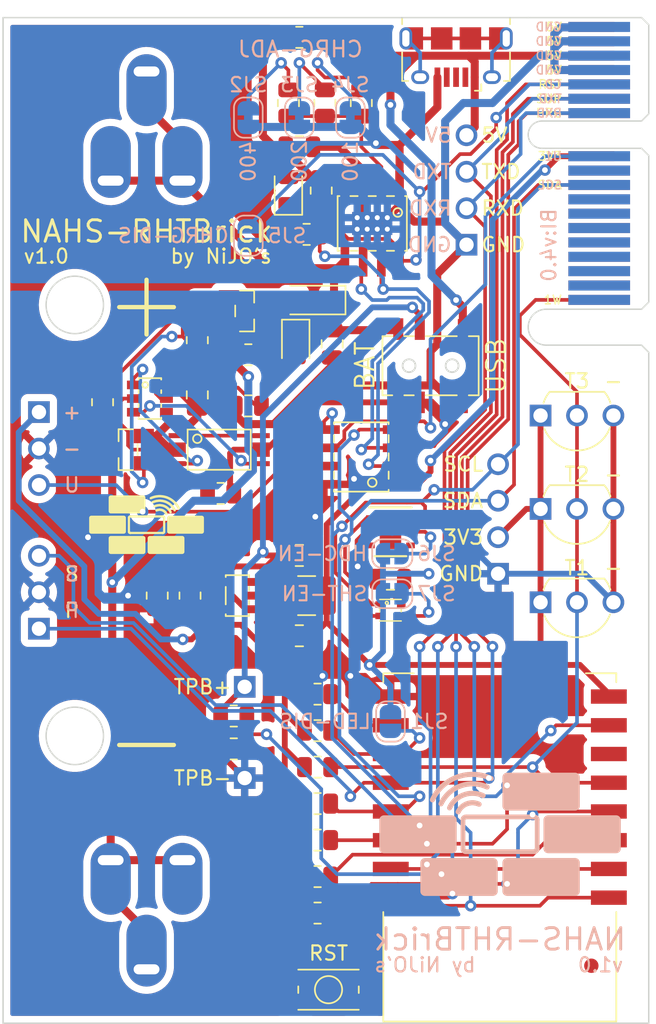
<source format=kicad_pcb>
(kicad_pcb (version 20211014) (generator pcbnew)
  (layers (0 "F.Cu" jumper) (31 "B.Cu" signal) (34 "B.Paste" user) (35 "F.Paste" user) (36 "B.SilkS" user "B.Silkscreen") (37 "F.SilkS" user "F.Silkscreen") (38 "B.Mask" user) (39 "F.Mask" user) (44 "Edge.Cuts" user))
  (net 0 "")
  (net 1 "BAT-")
  (net 2 "BAT+")
  (net 3 "GND")
  (net 4 "SEL+")
  (net 5 "IN-")
  (net 6 "RST")
  (net 8 "A0")
  (net 9 "EN")
  (net 10 "Net-(IC1-Pad4)")
  (net 11 "1WIRE")
  (net 12 "SETUP")
  (net 13 "+3V3")
  (net 14 "BOOT2")
  (net 15 "BOOT1")
  (net 16 "PROG")
  (net 17 "SDA")
  (net 18 "Net-(C5-Pad1)")
  (net 19 "SCL")
  (net 20 "RXD")
  (net 21 "/CHRG+")
  (net 22 "Net-(D1-Pad2)")
  (net 24 "CHRG")
  (net 25 "TXD")
  (net 28 "STDBY")
  (net 35 "UPDI")
  (net 40 "Net-(SJ6-Pad1)")
  (net 41 "CD")
  (net 42 "D-")
  (net 43 "D+")
  (net 45 "unconnected-(J2-Pad6)")
  (net 46 "Net-(L1-Pad1)")
  (net 47 "Net-(LED1-Pad1)")
  (net 48 "Net-(LED2-Pad2)")
  (net 49 "Net-(Q1-Pad1)")
  (net 50 "Net-(Q1-Pad3)")
  (net 51 "Net-(Q1-Pad4)")
  (net 52 "PRT-")
  (net 53 "IN+")
  (net 54 "Net-(Q3-Pad1)")
  (net 55 "Net-(R11-Pad2)")
  (net 56 "Net-(R15-Pad1)")
  (net 57 "Net-(R15-Pad2)")
  (net 58 "Net-(R20-Pad2)")
  (net 59 "Net-(R22-Pad1)")
  (net 60 "Net-(R23-Pad1)")
  (net 62 "Net-(SJ7-Pad1)")
  (footprint "no_common:R_0805_2012Metric" (layer "F.Cu") (at 121.158 85.09)
    (fp_text reference "R14" hide)
    (fp_text value "1k" hide)
  )
  (footprint "no_common:KMR_231_G_LFS" (layer "F.Cu") (at 122.682 137.668 90)
    (property "Reference" "SW1")
    (property "Value" "KMR_231_G_LFS")
    (fp_text reference "SW1" hide)
    (fp_text value "KMR_231_G_LFS" hide)
  )
  (footprint "no_common:R_0805_2012Metric" (layer "F.Cu") (at 115.1655 103.124 180)
    (fp_text reference "R11" hide)
    (fp_text value "1k" hide)
  )
  (footprint "no_common:R_0805_2012Metric" (layer "F.Cu") (at 124.968 75.946 -90)
    (fp_text reference "R23" hide)
    (fp_text value "12k" hide)
  )
  (footprint "no_common:C_0805_2012Metric" (layer "F.Cu") (at 120.65 78.994)
    (property "Reference" "C1")
    (property "Value" "100nF")
    (fp_text reference "C6" hide)
    (fp_text value "10µF" hide)
  )
  (footprint "no_common:R_0805_2012Metric" (layer "F.Cu") (at 121.92 129.794)
    (fp_text reference "R3" hide)
    (fp_text value "10k" hide)
  )
  (footprint "no_common:R_0805_2012Metric" (layer "F.Cu") (at 113.538 92.456 90)
    (fp_text reference "R10" hide)
    (fp_text value "100" hide)
  )
  (footprint "Fiducial:Fiducial_1mm_Mask2mm" (layer "F.Cu") (at 141 136)
    (fp_text reference "FID3" hide)
    (fp_text value "Fiducial" hide)
  )
  (footprint "no_common:R_0805_2012Metric" (layer "F.Cu") (at 121.92 117.094)
    (fp_text reference "R7" hide)
    (fp_text value "10k" hide)
  )
  (footprint "no_common:HA_18650_EK" (layer "F.Cu") (at 110 105)
    (property "Reference" "BT")
    (property "Value" "HA_18650_EK")
    (fp_text reference "BT1" hide)
    (fp_text value "HA_18650_EK" hide)
  )
  (footprint "no_pinhd:PINHD_1X01_2.54_1mm_Square" (layer "F.Cu") (at 116.84 116.586)
    (property "Reference" "JP3")
    (property "Value" "PINHD_1X01")
    (fp_text reference "JP3" hide)
    (fp_text value "PINHD_1X01" hide)
  )
  (footprint "Fiducial:Fiducial_1mm_Mask2mm" (layer "F.Cu") (at 104 74)
    (fp_text reference "FID1" hide)
    (fp_text value "Fiducial" hide)
  )
  (footprint "Diode_SMD:D_SOD-123F" (layer "F.Cu") (at 121.666 89.662 180)
    (fp_text reference "D1" hide)
    (fp_text value "1N4148WL" hide)
  )
  (footprint "no_common:R_0805_2012Metric" (layer "F.Cu") (at 121.92 119.634)
    (fp_text reference "R4" hide)
    (fp_text value "10k" hide)
  )
  (footprint "no_common:SOIC8_TP" (layer "F.Cu") (at 125.73 84.328 180)
    (fp_text reference "U4" hide)
    (fp_text value "TP4056" hide)
  )
  (footprint "no_common:LED_0805_2012Metric" (layer "F.Cu") (at 119.888 82.042 90)
    (fp_text reference "LED1" hide)
    (fp_text value "Green" hide)
  )
  (footprint "no_common:C_0805_2012Metric" (layer "F.Cu") (at 120.65 107.442)
    (property "Reference" "C1")
    (property "Value" "100nF")
    (fp_text reference "C2" hide)
    (fp_text value "10µF" hide)
  )
  (footprint "no_common:SHT4xA" (layer "F.Cu") (at 127 111.252)
    (fp_text reference "U5" hide)
    (fp_text value "SHT40A" hide)
  )
  (footprint "Fiducial:Fiducial_1mm_Mask2mm" (layer "F.Cu") (at 104 136)
    (fp_text reference "FID2" hide)
    (fp_text value "Fiducial" hide)
  )
  (footprint "no_common:LED_0805_2012Metric" (layer "F.Cu") (at 120.396 92.71 -90)
    (fp_text reference "LED2" hide)
    (fp_text value "Red" hide)
  )
  (footprint "no_common:SSSS820101" (layer "F.Cu") (at 129.794 94.234 90)
    (fp_text reference "SW2" hide)
    (fp_text value "SSSS820101" hide)
    (fp_circle (center 0 1.5) (end 0.45 1.5) (layer "Edge.Cuts") (width 0.12) (fill none))
    (fp_circle (center 0 -1.5) (end 0.45 -1.5) (layer "Edge.Cuts") (width 0.12) (fill none))
  )
  (footprint "no_common:C_0805_2012Metric" (layer "F.Cu") (at 120.65 113.03 180)
    (property "Reference" "C1")
    (property "Value" "100nF")
    (fp_text reference "C3" hide)
    (fp_text value "10µF" hide)
  )
  (footprint "no_pinhd:PINHD_1X03_2.54_1mm_DS18B20" (layer "F.Cu") (at 140 104.2)
    (property "Reference" "JP7")
    (property "Value" "PINHD_1X03")
    (fp_text reference "JP8" hide)
    (fp_text value "PINHD_1X03" hide)
  )
  (footprint "no_common:SOIC8" (layer "F.Cu") (at 124.968 100.584 90)
    (property "Reference" "IC?")
    (property "Value" "ATTINY212")
    (fp_text reference "IC2" hide)
    (fp_text value "ATTINY212" hide)
  )
  (footprint "no_brick_logo:x8mm" (layer "F.Cu") (at 110 105.283)
    (fp_text reference "LOGO1" hide)
    (fp_text value "brick_logo" hide)
  )
  (footprint "no_common:R_0805_2012Metric" (layer "F.Cu") (at 116.078 118.618)
    (fp_text reference "R8" hide)
    (fp_text value "2.7M" hide)
  )
  (footprint "no_common:R_0805_2012Metric" (layer "F.Cu") (at 121.92 132.334)
    (fp_text reference "R2" hide)
    (fp_text value "1k" hide)
  )
  (footprint "no_pinhd:PINHD_1X03_2.54_1mm_Round" (layer "F.Cu") (at 102.5 110 90)
    (property "Reference" "JP1")
    (property "Value" "PINHD_1X03")
    (fp_text reference "JP1" hide)
    (fp_text value "PINHD_1X03" hide)
  )
  (footprint "no_common:SOT23-6" (layer "F.Cu") (at 110.236 96.52 -90)
    (fp_text reference "U3" hide)
    (fp_text value "DW01A" hide)
  )
  (footprint "no_common:SOT23-5" (layer "F.Cu") (at 116.332 110.236 90)
    (property "Reference" "U1")
    (property "Value" "ZD8028IB5TR")
    (fp_text reference "U1" hide)
    (fp_text value "ZD8028IB5TR" hide)
  )
  (footprint "no_common:L_1210_3225Metric" (layer "F.Cu") (at 121.158 110.236)
    (property "Reference" "L1")
    (property "Value" "2.2µH")
    (fp_text reference "L1" hide)
    (fp_text value "2.2µH" hide)
  )
  (footprint "no_common:R_0805_2012Metric" (layer "F.Cu") (at 117.094 97.028)
    (fp_text reference "R18" hide)
    (fp_text value "10k" hide)
  )
  (footprint "no_common:R_0805_2012Metric" (layer "F.Cu") (at 116.078 120.904 180)
    (fp_text reference "R9" hide)
    (fp_text value "590k" hide)
  )
  (footprint "Package_SON:Texas_PWSON-N6" (layer "F.Cu") (at 127 105.791)
    (fp_text reference "U2" hide)
    (fp_text value "HDC1080" hide)
  )
  (footprint "Connector_USB:USB_Micro-B_Amphenol_10118194_Horizontal" (layer "F.Cu") (at 131.572 72.75 180)
    (fp_text reference "J2" hide)
    (fp_text value "USB_B_Mini" hide)
  )
  (footprint "no_common:R_0805_2012Metric" (layer "F.Cu") (at 122.428 75.946 -90)
    (fp_text reference "R22" hide)
    (fp_text value "6,04k" hide)
  )
  (footprint "no_common:R_0805_2012Metric" (layer "F.Cu") (at 120.65 71.374)
    (fp_text reference "R12" hide)
    (fp_text value "0.4" hide)
  )
  (footprint "no_expressif:ESP12S" (layer "F.Cu") (at 134.62 127.762 180)
    (property "Reference" "IC1")
    (property "Value" "ESP12S")
    (fp_text reference "IC1" hide)
    (fp_text value "ESP12S" hide)
  )
  (footprint "no_pinhd:PINHD_1X04_2.54_1mm_Round" (layer "F.Cu") (at 132.3 82 90)
    (property "Reference" "JP2")
    (property "Value" "PINHD_1X04")
    (fp_text reference "JP2" hide)
    (fp_text value "PINHD_1X04" hide)
  )
  (footprint "no_common:R_0805_2012Metric" (layer "F.Cu") (at 121.92 124.714)
    (fp_text reference "R5" hide)
    (fp_text value "3.9k" hide)
  )
  (footprint "no_common:R_0805_2012Metric" (layer "F.Cu") (at 117.094 93.472 180)
    (fp_text reference "R17" hide)
    (fp_text value "1k" hide)
  )
  (footprint "no_common:R_0805_2012Metric" (layer "F.Cu") (at 121.92 122.174)
    (property "Reference" "R1")
    (property "Value" "3.9k")
    (fp_text reference "R1" hide)
    (fp_text value "3.9k" hide)
  )
  (footprint "no_pinhd:PINHD_1X04_2.54_1mm_Round" (layer "F.Cu") (at 134.5 104.902 90)
    (property "Reference" "JP1")
    (property "Value" "RHT-ALT")
    (fp_text reference "JP6" hide)
    (fp_text value "PINHD_1X04" hide)
  )
  (footprint "no_pinhd:PINHD_1X03_2.54_1mm_DS18B20" (layer "F.Cu") (at 140 97.7)
    (property "Reference" "JP6")
    (property "Value" "PINHD_1X03")
    (fp_text reference "JP7" hide)
    (fp_text value "PINHD_1X03" hide)
  )
  (footprint "no_pinhd:PINHD_1X01_2.54_1mm_Square" (layer "F.Cu") (at 116.84 122.936)
    (property "Reference" "JP4")
    (property "Value" "PINHD_1X01")
    (fp_text reference "JP4" hide)
    (fp_text value "PINHD_1X01" hide)
  )
  (footprint "no_common:R_0805_2012Metric" (layer "F.Cu") (at 119.888 75.946 -90)
    (fp_text reference "R15" hide)
    (fp_text value "3k" hide)
  )
  (footprint "no_common:C_0805_2012Metric" (layer "F.Cu") (at 127 109.093 180)
    (property "Reference" "C1")
    (property "Value" "100nF")
    (fp_text reference "C1" hide)
    (fp_text value "100nF" hide)
  )
  (footprint "no_common:R_0805_2012Metric" (layer "F.Cu") (at 121.92 127.254)
    (fp_text reference "R6" hide)
    (fp_text value "3.9k" hide)
  )
  (footprint "no_common:R_0805_2012Metric" (layer "F.Cu") (at 122.174 82.042 -90)
    (fp_text reference "R13" hide)
    (fp_text value "10k" hide)
  )
  (footprint "no_common:R_0805_2012Metric" (layer "F.Cu") (at 106.934 96.774 90)
    (fp_text reference "R19" hide)
    (fp_text value "10k" hide)
  )
  (footprint "no_common:SOT23" (layer "F.Cu") (at 108.712 100.076 90)
    (fp_text reference "Q3" hide)
    (fp_text value "CJ2302" hide)
  )
  (footprint "no_pinhd:PINHD_1X03_2.54_1mm_DS18B20" (layer "F.Cu") (at 140 110.7)
    (property "Reference" "JP8")
    (property "Value" "PINHD_1X03")
    (fp_text reference "JP9" hide)
    (fp_text value "PINHD_1X03" hide)
  )
  (footprint "no_pinhd:PINHD_1X03_2.54_1mm_Round" (layer "F.Cu") (at 102.5 100 -90)
    (property "Reference" "JP5")
    (property "Value" "PINHD_1X03")
    (fp_text reference "JP5" hide)
    (fp_text value "PINHD_1X03" hide)
  )
  (footprint "no_brick_interface:Brick_Interface_V4_inset" (layer "F.Cu") (at 141.55 89.65 90)
    (property "Reference" "J")
    (property "Value" "Brick-Interface-V4")
    (fp_text reference "J1" hide)
    (fp_text value "Brick-Interface-V4")
    (fp_line (start 12.45 2.95) (end 12.95 3.45) (layer "Edge.Cuts") (width 0.1))
    (fp_line (start -0.65 2.95) (end -0.15 3.45) (layer "Edge.Cuts") (width 0.1))
    (fp_line (start 12.95 3.45) (end 19.15 3.45) (layer "Edge.Cuts") (width 0.1))
    (fp_line (start -0.65 -3.7) (end -0.65 2.95) (layer "Edge.Cuts") (width 0.1))
    (fp_line (start 10.55 2.95) (end 10.05 3.45) (layer "Edge.Cuts") (width 0.1))
    (fp_line (start -3.15 -3.7) (end -3.15 2.95) (layer "Edge.Cuts") (width 0.1))
    (fp_line (start -0.15 3.45) (end 10.05 3.45) (layer "Edge.Cuts") (width 0.1))
    (fp_line (start 19.65 2.95) (end 19.15 3.45) (layer "Edge.Cuts") (width 0.1))
    (fp_line (start 12.45 -4) (end 12.45 2.95) (layer "Edge.Cuts") (width 0.1))
    (fp_line (start -3.15 2.95) (end -3.65 3.45) (layer "Edge.Cuts") (width 0.1))
    (fp_line (start 10.55 -4) (end 10.55 2.95) (layer "Edge.Cuts") (width 0.1))
    (fp_line (start 19.65 -4.95) (end 19.65 2.95) (layer "Edge.Cuts") (width 0.1))
    (fp_arc (start -3.15 -3.7) (mid -1.9 -4.95) (end -0.65 -3.7) (layer "Edge.Cuts") (width 0.1))
    (fp_arc (start 10.55 -4) (mid 11.5 -4.95) (end 12.45 -4) (layer "Edge.Cuts") (width 0.1))
  )
  (footprint "no_common:C_0805_2012Metric" (layer "F.Cu") (at 122.936 92.71 -90)
    (property "Reference" "C1")
    (property "Value" "100nF")
    (fp_text reference "C4" hide)
    (fp_text value "10µF" hide)
  )
  (footprint "no_common:R_0805_2012Metric" (layer "F.Cu") (at 113.03 110.236 -90)
    (fp_text reference "R21" hide)
    (fp_text value "590k" hide)
  )
  (footprint "no_common:C_0805_2012Metric" (layer "F.Cu") (at 113.538 96.266 -90)
    (property "Reference" "C1")
    (property "Value" "100nF")
    (fp_text reference "C5" hide)
    (fp_text value "100nF" hide)
  )
  (footprint "no_common:TSSOP8_MS" (layer "F.Cu") (at 115.062 100.076)
    (fp_text reference "Q1" hide)
    (fp_text value "8205A" hide)
  )
  (footprint "no_common:SOT23" (layer "F.Cu") (at 116.84 90.424 -90)
    (fp_text reference "Q4" hide)
    (fp_text value "MMBT2907A" hide)
  )
  (footprint "no_common:R_0805_2012Metric" (layer "F.Cu") (at 110.744 110.236 90)
    (fp_text reference "R20" hide)
    (fp_text value "130k" hide)
  )
  (footprint "Jumper:SolderJumper-2_P1.3mm_Bridged_RoundedPad1.0x1.5mm" (layer "B.Cu") (at 117.094 76.962 90)
    (property "Reference" "SJ1")
    (property "Value" "RHT-ALT")
    (fp_text reference "SJ2")
    (fp_text value "400" hide)
  )
  (footprint "Jumper:SolderJumper-2_P1.3mm_Open_RoundedPad1.0x1.5mm" (layer "B.Cu") (at 117.094 85.1812 90)
    (property "Reference" "SJ1")
    (property "Value" "LED-DIS")
    (fp_text reference "SJ5")
    (fp_text value "CHRG-DIS")
  )
  (footprint "Jumper:SolderJumper-2_P1.3mm_Bridged_RoundedPad1.0x1.5mm" (layer "B.Cu") (at 127.127 110.109 180)
    (property "Reference" "SJ1")
    (property "Value" "RHT-ALT")
    (fp_text reference "SJ7")
    (fp_text value "SHT-EN")
  )
  (footprint "Jumper:SolderJumper-2_P1.3mm_Bridged_RoundedPad1.0x1.5mm" (layer "B.Cu") (at 127.127 107.315 180)
    (property "Reference" "SJ1")
    (property "Value" "RHT-ALT")
    (fp_text reference "SJ6")
    (fp_text value "HDC-EN")
  )
  (footprint "Jumper:SolderJumper-2_P1.3mm_Bridged_RoundedPad1.0x1.5mm" (layer "B.Cu") (at 120.65 76.962 90)
    (property "Reference" "SJ1")
    (property "Value" "RHT-ALT")
    (fp_text reference "SJ3")
    (fp_text value "200" hide)
  )
  (footprint "Jumper:SolderJumper-2_P1.3mm_Open_RoundedPad1.0x1.5mm" (layer "B.Cu") (at 127 119 -90)
    (property "Reference" "SJ1")
    (property "Value" "LED-DIS")
    (fp_text reference "SJ1")
    (fp_text value "LED-DIS")
  )
  (footprint "no_brick_logo:x17mm" (layer "B.Cu") (at 134.62 126.746 180)
    (fp_text reference "LOGO2" hide)
    (fp_text value "brick_logo" hide)
  )
  (footprint "Jumper:SolderJumper-2_P1.3mm_Bridged_RoundedPad1.0x1.5mm" (layer "B.Cu") (at 124.206 76.962 90)
    (property "Reference" "SJ1")
    (property "Value" "RHT-ALT")
    (fp_text reference "SJ4")
    (fp_text value "100" hide)
  )
  (gr_circle (center 105 120) (end 107 120) (layer "Edge.Cuts") (width 0.1) (fill none))
  (gr_line (start 100 140) (end 100 70) (layer "Edge.Cuts") (width 0.1))
  (gr_line (start 100 140) (end 145 140) (layer "Edge.Cuts") (width 0.1))
  (gr_line (start 145 93.3) (end 145 140) (layer "Edge.Cuts") (width 0.1))
  (gr_line (start 136.6 70) (end 100 70) (layer "Edge.Cuts") (width 0.1))
  (gr_circle (center 105 90) (end 107 90) (layer "Edge.Cuts") (width 0.1) (fill none))
  (gr_text "CHRG-ADJ" (at 120.72 72.2) (layer "B.SilkS") (effects (font (size 1.1 1.1) (thickness 0.16)) (justify mirror)))
  (gr_text "S" (at 104.8 108.73) (layer "B.SilkS") (effects (font (size 1 1)) (justify mirror)))
  (gr_text "200" (at 120.65 80.01 90) (layer "B.SilkS") (effects (font (size 1 1)) (justify mirror)))
  (gr_text "RXD" (at 131.3516 83.27) (layer "B.SilkS") (effects (font (size 1 1)) (justify left mirror)))
  (gr_text "P" (at 104.8 111.27) (layer "B.SilkS") (effects (font (size 1 1)) (justify mirror)))
  (gr_text "v1.0" (at 143.3068 135.9408) (layer "B.SilkS") (effects (font (size 1 1)) (justify left mirror)))
  (gr_text "100" (at 124.206 80.01 90) (layer "B.SilkS") (effects (font (size 1 1)) (justify mirror)))
  (gr_text "TXD" (at 131.3516 80.73) (layer "B.SilkS") (effects (font (size 1 1)) (justify left mirror)))
  (gr_text "-" (at 104.8 100) (layer "B.SilkS") (effects (font (size 1 1)) (justify mirror)))
  (gr_text "GND" (at 131.3516 85.81) (layer "B.SilkS") (effects (font (size 1 1)) (justify left mirror)))
  (gr_text "+" (at 104.8 97.46) (layer "B.SilkS") (effects (font (size 1 1)) (justify mirror)))
  (gr_text "NAHS-RHTBrick" (at 134.62 134.1628) (layer "B.SilkS") (effects (font (size 1.5 1.5) (thickness 0.2)) (justify mirror)))
  (gr_text "U" (at 104.8 102.54) (layer "B.SilkS") (effects (font (size 1 1)) (justify mirror)))
  (gr_text "400" (at 117.094 80.01 90) (layer "B.SilkS") (effects (font (size 1 1)) (justify mirror)))
  (gr_text "5V" (at 131.3516 78.19) (layer "B.SilkS") (effects (font (size 1 1)) (justify left mirror)))
  (gr_text "by NiJO's" (at 125.7808 135.9408) (layer "B.SilkS") (effects (font (size 1 1)) (justify right mirror)))
  (gr_text "TPB-" (at 116 122.936) (layer "F.SilkS") (effects (font (size 1 1)) (justify right)))
  (gr_text "S" (at 104.8 108.73) (layer "F.SilkS") (effects (font (size 1 1))))
  (gr_text "3V3" (at 133.5532 106.172) (layer "F.SilkS") (effects (font (size 1 1)) (justify right)))
  (gr_text "1W" (at 139.01 89.65) (layer "F.SilkS") (effects (font (size 0.6 0.6) (thickness 0.1)) (justify right)))
  (gr_text "v1.0" (at 101.346 86.614) (layer "F.SilkS") (effects (font (size 1 1)) (justify left)))
  (gr_text "NAHS-RHTBrick" (at 110 84.8868) (layer "F.SilkS") (effects (font (size 1.5 1.5) (thickness 0.2))))
  (gr_text "+" (at 104.8 97.46) (layer "F.SilkS") (effects (font (size 1 1))))
  (gr_text "SCL" (at 133.5532 101.092) (layer "F.SilkS") (effects (font (size 1 1)) (justify right)))
  (gr_text "GND" (at 133.5532 108.712) (layer "F.SilkS") (effects (font (size 1 1)) (justify right)))
  (gr_text "GND" (at 133.2484 85.81) (layer "F.SilkS") (effects (font (size 1 1)) (justify left)))
  (gr_text "RXD" (at 133.2484 83.27) (layer "F.SilkS") (effects (font (size 1 1)) (justify left)))
  (gr_text "by NiJO's" (at 118.8212 86.614) (layer "F.SilkS") (effects (font (size 1 1)) (justify right)))
  (gr_text "BAT" (at 125.222 94.234 90) (layer "F.SilkS") (effects (font (size 1.3 1.3))))
  (gr_text "-" (at 104.8 100) (layer "F.SilkS") (effects (font (size 1 1))))
  (gr_text "U" (at 104.8 102.54) (layer "F.SilkS") (effects (font (size 1 1))))
  (gr_text "P" (at 104.8 111.27) (layer "F.SilkS") (effects (font (size 1 1))))
  (gr_text "5V" (at 133.2484 78.19) (layer "F.SilkS") (effects (font (size 1 1)) (justify left)))
  (gr_text "USB" (at 134.366 94.234 90) (layer "F.SilkS") (effects (font (size 1.3 1.3))))
  (gr_text "TXD" (at 133.2484 80.73) (layer "F.SilkS") (effects (font (size 1 1)) (justify left)))
  (gr_text "RST" (at 122.682 135.128) (layer "F.SilkS") (effects (font (size 1 1))))
  (gr_text "TPB+" (at 116 116.586) (layer "F.SilkS") (effects (font (size 1 1)) (justify right)))
  (gr_text "SDA" (at 133.5532 103.632) (layer "F.SilkS") (effects (font (size 1 1)) (justify right)))
  (segment (start 107.612 109.304) (end 107.612 100.076) (width 0.5588) (layer "F.Cu") (net 1))
  (segment (start 106.934 99.398) (end 107.612 100.076) (width 0.5588) (layer "F.Cu") (net 1))
  (segment (start 106.934 97.6865) (end 106.934 99.398) (width 0.5588) (layer "F.Cu") (net 1))
  (segment (start 107.5 128.65) (end 112.5 128.65) (width 0.5588) (layer "F.Cu") (net 1))
  (segment (start 108.204 122.682) (end 108.204 117.348) (width 0.5588) (layer "F.Cu") (net 1))
  (segment (start 107.612 116.756) (end 107.612 109.304) (width 0.5588) (layer "F.Cu") (net 1))
  (segment (start 107.5 128.65) (end 107.5 123.386) (width 0.5588) (layer "F.Cu") (net 1))
  (segment (start 107.5 131.122) (end 110 133.622) (width 0.5588) (layer "F.Cu") (net 1))
  (segment (start 116.1815 94.0835) (end 117.094 94.996) (width 0.5588) (layer "F.Cu") (net 1))
  (segment (start 107.5 128.65) (end 107.5 131.122) (width 0.5588) (layer "F.Cu") (net 1))
  (segment (start 108.204 117.348) (end 107.612 116.756) (width 0.5588) (layer "F.Cu") (net 1))
  (segment (start 116.1815 93.472) (end 116.1815 94.0835) (width 0.5588) (layer "F.Cu") (net 1))
  (segment (start 110 133.622) (end 110 136.25) (width 0.5588) (layer "F.Cu") (net 1))
  (segment (start 107.5 123.386) (end 108.204 122.682) (width 0.5588) (layer "F.Cu") (net 1))
  (via (at 107.612 109.304) (size 0.8) (drill 0.4) (layers "F.Cu" "B.Cu") (net 1))
  (via (at 117.094 94.996) (size 0.8) (drill 0.4) (layers "F.Cu" "B.Cu") (net 1))
  (segment (start 115.316 103.632) (end 113.284 103.632) (width 0.5588) (layer "B.Cu") (net 1))
  (segment (start 117.094 94.996) (end 117.094 100.076) (width 0.5588) (layer "B.Cu") (net 1))
  (segment (start 113.284 103.632) (end 107.612 109.304) (width 0.5588) (layer "B.Cu") (net 1))
  (segment (start 117.414911 101.533089) (end 115.316 103.632) (width 0.5588) (layer "B.Cu") (net 1))
  (segment (start 117.414911 100.396911) (end 117.414911 101.533089) (width 0.5588) (layer "B.Cu") (net 1))
  (segment (start 117.094 100.076) (end 117.414911 100.396911) (width 0.5588) (layer "B.Cu") (net 1))
  (segment (start 122.936 91.76) (end 127.468 91.76) (width 0.5588) (layer "F.Cu") (net 2))
  (segment (start 112.5 81.35) (end 118.592911 87.442911) (width 0.5588) (layer "F.Cu") (net 2))
  (segment (start 123.066 87.687) (end 123.310089 87.442911) (width 0.5588) (layer "F.Cu") (net 2))
  (segment (start 122.936 89.792) (end 123.066 89.662) (width 0.5588) (layer "F.Cu") (net 2))
  (segment (start 120.396 91.7725) (end 116.1385 91.7725) (width 0.5588) (layer "F.Cu") (net 2))
  (segment (start 116.1385 91.7725) (end 115.74 91.374) (width 0.5588) (layer "F.Cu") (net 2))
  (segment (start 113.7075 91.374) (end 113.538 91.5435) (width 0.5588) (layer "F.Cu") (net 2))
  (segment (start 122.936 91.76) (end 122.936 89.792) (width 0.5588) (layer "F.Cu") (net 2))
  (segment (start 112.5 78.718) (end 110 76.218) (width 0.5588) (layer "F.Cu") (net 2))
  (segment (start 115.74 91.374) (end 113.7075 91.374) (width 0.5588) (layer "F.Cu") (net 2))
  (segment (start 127.468 91.76) (end 127.544 91.684) (width 0.5588) (layer "F.Cu") (net 2))
  (segment (start 110 76.218) (end 110 73.75) (width 0.5588) (layer "F.Cu") (net 2))
  (segment (start 120.396 91.7725) (end 122.9235 91.7725) (width 0.5588) (layer "F.Cu") (net 2))
  (segment (start 112.5 81.35) (end 112.5 78.718) (width 0.5588) (layer "F.Cu") (net 2))
  (segment (start 107.5 81.35) (end 112.5 81.35) (width 0.5588) (layer "F.Cu") (net 2))
  (segment (start 118.592911 87.442911) (end 123.310089 87.442911) (width 0.5588) (layer "F.Cu") (net 2))
  (segment (start 123.310089 87.442911) (end 123.825 86.928) (width 0.5588) (layer "F.Cu") (net 2))
  (segment (start 122.9235 91.7725) (end 122.936 91.76) (width 0.5588) (layer "F.Cu") (net 2))
  (segment (start 123.066 89.662) (end 123.066 87.687) (width 0.5588) (layer "F.Cu") (net 2))
  (segment (start 121.76 104.742) (end 120.33 106.172) (width 0.4064) (layer "F.Cu") (net 3))
  (segment (start 109.69128 108.811346) (end 110.044626 108.458) (width 0.4064) (layer "F.Cu") (net 3))
  (segment (start 129.044 96.784) (end 129.296 96.784) (width 0.4064) (layer "F.Cu") (net 3))
  (segment (start 124.714 106.4206) (end 125.3436 105.791) (width 0.4064) (layer "F.Cu") (net 3))
  (segment (start 103.886 105.156) (end 103.886 108.614) (width 0.4064) (layer "F.Cu") (net 3))
  (segment (start 109.69128 108.811346) (end 109.69128 109.25672) (width 0.4064) (layer "F.Cu") (net 3))
  (segment (start 118.78028 112.11028) (end 118.78028 110.90628) (width 0.4064) (layer "F.Cu") (net 3))
  (segment (start 119.7 113.03) (end 120.904 111.826) (width 0.4064) (layer "F.Cu") (net 3))
  (segment (start 118.11 110.236) (end 117.632 110.236) (width 0.4064) (layer "F.Cu") (net 3))
  (segment (start 127.75 110.852) (end 127.75 110.698632) (width 0.4064) (layer "F.Cu") (net 3))
  (segment (start 109.69128 109.25672) (end 108.712 110.236) (width 0.4064) (layer "F.Cu") (net 3))
  (segment (start 116.84 122.936) (end 115.1655 121.2615) (width 0.4064) (layer "F.Cu") (net 3))
  (segment (start 110.044626 108.458) (end 115.062 108.458) (width 0.4064) (layer "F.Cu") (net 3))
  (segment (start 109.69128 110.70728) (end 109.69128 108.811346) (width 0.4064) (layer "F.Cu") (net 3))
  (segment (start 124.714 108.204) (end 124.714 106.4206) (width 0.4064) (layer "F.Cu") (net 3))
  (segment (start 102.5 100) (end 103.886 101.386) (width 0.4064) (layer "F.Cu") (net 3))
  (segment (start 126.05 109.093) (end 125.603 109.093) (width 0.4064) (layer "F.Cu") (net 3))
  (segment (start 108.712 110.236) (end 108.712 114.4505) (width 0.4064) (layer "F.Cu") (net 3))
  (segment (start 142.54 104.2) (end 142.54 110.7) (width 0.4064) (layer "F.Cu") (net 3))
  (segment (start 124.079 102.489) (end 124.46 102.108) (width 0.4064) (layer "F.Cu") (net 3))
  (segment (start 126.66 117.262) (end 125.222 115.824) (width 0.4064) (layer "F.Cu") (net 3))
  (segment (start 124.982 138.468) (end 120.382 138.468) (width 0.4064) (layer "F.Cu") (net 3))
  (segment (start 125.222 115.824) (end 122.2775 115.824) (width 0.4064) (layer "F.Cu") (net 3))
  (segment (start 118.78028 110.90628) (end 118.11 110.236) (width 0.4064) (layer "F.Cu") (net 3))
  (segment (start 108.712 114.4505) (end 115.1655 120.904) (width 0.4064) (layer "F.Cu") (net 3))
  (segment (start 127.75 110.698632) (end 127.160368 110.109) (width 0.4064) (layer "F.Cu") (net 3))
  (segment (start 103.886 101.386) (end 103.886 105.156) (width 0.4064) (layer "F.Cu") (net 3))
  (segment (start 110.1325 111.1485) (end 109.69128 110.70728) (width 0.4064) (layer "F.Cu") (net 3))
  (segment (start 122.368 102.489) (end 122.368 104.134) (width 0.4064) (layer "F.Cu") (net 3))
  (segment (start 115.1655 121.2615) (end 115.1655 120.904) (width 0.254) (layer "F.Cu") (net 3))
  (segment (start 120.382 138.468) (end 119.418 138.468) (width 0.4064) (layer "F.Cu") (net 3))
  (segment (start 142.54 97.7) (end 142.54 104.2) (width 0.4064) (layer "F.Cu") (net 3))
  (segment (start 120.904 108.138) (end 121.6 107.442) (width 0.4064) (layer "F.Cu") (net 3))
  (segment (start 110.744 111.1485) (end 110.1325 111.1485) (width 0.4064) (layer "F.Cu") (net 3))
  (segment (start 120.904 111.826) (end 120.904 108.138) (width 0.4064) (layer "F.Cu") (net 3))
  (segment (start 122.2775 115.824) (end 121.0075 117.094) (width 0.4064) (layer "F.Cu") (net 3))
  (segment (start 125.603 109.093) (end 124.714 108.204) (width 0.4064) (layer "F.Cu") (net 3))
  (segment (start 120.33 106.172) (end 121.6 107.442) (width 0.4064) (layer "F.Cu") (net 3))
  (segment (start 125.3436 105.791) (end 125.6 105.791) (width 0.4064) (layer "F.Cu") (net 3))
  (segment (start 126.05 109.159) (end 126.05 109.093) (width 0.4064) (layer "F.Cu") (net 3))
  (segment (start 116.84 135.89) (end 116.84 122.936) (width 0.4064) (layer "F.Cu") (net 3))
  (segment (start 119.7 113.03) (end 118.78028 112.11028) (width 0.4064) (layer "F.Cu") (net 3))
  (segment (start 122.368 104.134) (end 121.76 104.742) (width 0.4064) (layer "F.Cu") (net 3))
  (segment (start 119.418 138.468) (end 116.84 135.89) (width 0.4064) (layer "F.Cu") (net 3))
  (segment (start 122.368 102.489) (end 124.079 102.489) (width 0.4064) (layer "F.Cu") (net 3))
  (segment (start 104.902 105.156) (end 103.886 105.156) (width 0.4064) (layer "F.Cu") (net 3))
  (segment (start 105.918 106.172) (end 104.902 105.156) (width 0.4064) (layer "F.Cu") (net 3))
  (segment (start 103.886 108.614) (end 102.5 110) (width 0.4064) (layer "F.Cu") (net 3))
  (segment (start 115.062 108.458) (end 117.348 106.172) (width 0.4064) (layer "F.Cu") (net 3))
  (segment (start 127.160368 110.109) (end 127 110.109) (width 0.4064) (layer "F.Cu") (net 3))
  (segment (start 127 110.109) (end 126.05 109.159) (width 0.4064) (layer "F.Cu") (net 3))
  (segment (start 127.02 117.262) (end 126.66 117.262) (width 0.4064) (layer "F.Cu") (net 3))
  (segment (start 117.348 106.172) (end 120.33 106.172) (width 0.4064) (layer "F.Cu") (net 3))
  (segment (start 129.296 96.784) (end 130.81 98.298) (width 0.4064) (layer "F.Cu") (net 3))
  (via (at 105.918 106.172) (size 0.8) (drill 0.4) (layers "F.Cu" "B.Cu") (net 3))
  (via (at 130.81 98.298) (size 0.8) (drill 0.4) (layers "F.Cu" "B.Cu") (net 3))
  (via (at 124.206 115.824) (size 0.8) (drill 0.4) (layers "F.Cu" "B.Cu") (net 3))
  (via (at 108.712 110.236) (size 0.8) (drill 0.4) (layers "F.Cu" "B.Cu") (net 3))
  (via (at 122.2595 115.824) (size 0.8) (drill 0.4) (layers "F.Cu" "B.Cu") (net 3))
  (via (at 124.714 108.204) (size 0.8) (drill 0.4) (layers "F.Cu" "B.Cu") (net 3))
  (via (at 121.76 104.742) (size 0.8) (drill 0.4) (layers "F.Cu" "B.Cu") (net 3))
  (via (at 124.46 102.108) (size 0.8) (drill 0.4) (layers "F.Cu" "B.Cu") (net 3))
  (segment (start 124.714 108.204) (end 124.714 115.316) (width 0.4064) (layer "B.Cu") (net 3))
  (segment (start 129.032 99.822) (end 127.254 101.6) (width 0.4064) (layer "B.Cu") (net 3))
  (segment (start 106.68 106.934) (end 105.918 106.172) (width 0.4064) (layer "B.Cu") (net 3))
  (segment (start 126.746 102.108) (end 124.46 102.108) (width 0.4064) (layer "B.Cu") (net 3))
  (segment (start 106.68 107.442) (end 106.68 106.934) (width 0.4064) (layer "B.Cu") (net 3))
  (segment (start 129.794 99.822) (end 129.032 99.822) (width 0.4064) (layer "B.Cu") (net 3))
  (segment (start 127.254 101.6) (end 126.746 102.108) (width 0.4064) (layer "B.Cu") (net 3))
  (segment (start 142.54 110.7) (end 140.552 108.712) (width 0.4064) (layer "B.Cu") (net 3))
  (segment (start 106.934 110.236) (end 106.68 109.982) (width 0.4064) (layer "B.Cu") (net 3))
  (segment (start 124.714 115.316) (end 124.206 115.824) (width 0.4064) (layer "B.Cu") (net 3))
  (segment (start 130.81 98.298) (end 130.81 98.806) (width 0.4064) (layer "B.Cu") (net 3))
  (segment (start 124.714 106.807) (end 126.111 105.41) (width 0.4064) (layer "B.Cu") (net 3))
  (segment (start 126.111 105.41) (end 131.198 105.41) (width 0.4064) (layer "B.Cu") (net 3))
  (segment (start 108.712 110.236) (end 107.188 110.236) (width 0.4064) (layer "B.Cu") (net 3))
  (segment (start 140.552 108.712) (end 134.5 108.712) (width 0.4064) (layer "B.Cu") (net 3))
  (segment (start 107.188 110.236) (end 106.934 110.236) (width 0.4064) (layer "B.Cu") (net 3))
  (segment (start 124.714 108.204) (end 124.714 106.807) (width 0.4064) (layer "B.Cu") (net 3))
  (segment (start 121.76 115.3245) (end 122.2595 115.824) (width 0.4064) (layer "B.Cu") (net 3))
  (segment (start 106.68 109.982) (end 106.68 107.442) (width 0.4064) (layer "B.Cu") (net 3))
  (segment (start 130.048 99.568) (end 129.794 99.822) (width 0.4064) (layer "B.Cu") (net 3))
  (segment (start 130.81 98.806) (end 130.048 99.568) (width 0.4064) (layer "B.Cu") (net 3))
  (segment (start 131.198 105.41) (end 134.5 108.712) (width 0.4064) (layer "B.Cu") (net 3))
  (segment (start 121.76 104.742) (end 121.76 115.3245) (width 0.4064) (layer "B.Cu") (net 3))
  (segment (start 119.126 107.442) (end 118.364 107.442) (width 0.4064) (layer "F.Cu") (net 4))
  (segment (start 118.364 108.204) (end 116.114 108.204) (width 0.4064) (layer "F.Cu") (net 4))
  (segment (start 115.1655 118.2605) (end 115.1655 118.618) (width 0.254) (layer "F.Cu") (net 4))
  (segment (start 116.932 111.186) (end 115.032 109.286) (width 0.4064) (layer "F.Cu") (net 4))
  (segment (start 116.84 116.586) (end 115.1655 118.2605) (width 0.4064) (layer "F.Cu") (net 4))
  (segment (start 119.7 107.442) (end 119.126 107.442) (width 0.4064) (layer "F.Cu") (net 4))
  (segment (start 129.044 90.69) (end 129.044 91.684) (width 0.4064) (layer "F.Cu") (net 4))
  (segment (start 116.114 108.204) (end 115.032 109.286) (width 0.4064) (layer "F.Cu") (net 4))
  (segment (start 119.126 107.442) (end 118.364 108.204) (width 0.4064) (layer "F.Cu") (net 4))
  (segment (start 117.632 111.186) (end 116.932 111.186) (width 0.4064) (layer "F.Cu") (net 4))
  (segment (start 118.364 107.442) (end 118.11 107.188) (width 0.254) (layer "F.Cu") (net 4))
  (segment (start 128.524 90.17) (end 129.044 90.69) (width 0.4064) (layer "F.Cu") (net 4))
  (via (at 128.524 90.17) (size 0.8) (drill 0.4) (layers "F.Cu" "B.Cu") (net 4))
  (via (at 118.11 107.188) (size 0.8) (drill 0.4) (layers "F.Cu" "B.Cu") (net 4))
  (segment (start 116.84 116.586) (end 116.84 108.458) (width 0.4064) (layer "B.Cu") (net 4))
  (segment (start 125.73 90.17) (end 128.524 90.17) (width 0.4064) (layer "B.Cu") (net 4))
  (segment (start 118.11 97.79) (end 120.142 95.758) (width 0.4064) (layer "B.Cu") (net 4))
  (segment (start 120.142 95.758) (end 125.73 90.17) (width 0.4064) (layer "B.Cu") (net 4))
  (segment (start 116.84 108.458) (end 118.11 107.188) (width 0.4064) (layer "B.Cu") (net 4))
  (segment (start 118.11 103.124) (end 118.11 97.79) (width 0.4064) (layer "B.Cu") (net 4))
  (segment (start 118.11 107.188) (end 118.11 103.124) (width 0.4064) (layer "B.Cu") (net 4))
  (segment (start 124.68 84.728) (end 125.38 84.728) (width 0.5588) (layer "F.Cu") (net 5))
  (segment (start 111.628 100.076) (end 110.678 99.126) (width 0.5588) (layer "F.Cu") (net 5))
  (segment (start 116.1815 97.6395) (end 116.84 98.298) (width 0.5588) (layer "F.Cu") (net 5))
  (segment (start 130.272 74.15) (end 130.272 76.23) (width 0.5588) (layer "F.Cu") (net 5))
  (segment (start 116.1815 97.028) (end 116.1815 97.6395) (width 0.5588) (layer "F.Cu") (net 5))
  (segment (start 112.137 100.076) (end 111.628 100.076) (width 0.5588) (layer "F.Cu") (net 5))
  (segment (start 125.984 78.74) (end 126.111 78.867) (width 0.5588) (layer "F.Cu") (net 5))
  (segment (start 126.111 78.867) (end 127.635 78.867) (width 0.5588) (layer "F.Cu") (net 5))
  (segment (start 127.635 83.185) (end 127.635 83.073) (width 0.5588) (layer "F.Cu") (net 5))
  (segment (start 132.3 85.81) (end 132.292 85.81) (width 0.5588) (layer "F.Cu") (net 5))
  (segment (start 126.78 84.728) (end 126.78 83.928) (width 0.5588) (layer "F.Cu") (net 5))
  (segment (start 122.936 94.234) (end 122.936 93.66) (width 0.5588) (layer "F.Cu") (net 5))
  (segment (start 130.272 76.23) (end 127.635 78.867) (width 0.5588) (layer "F.Cu") (net 5))
  (segment (start 126.08 84.728) (end 126.78 84.728) (width 0.5588) (layer "F.Cu") (net 5))
  (segment (start 128.651 84.201) (end 127.635 83.185) (width 0.5588) (layer "F.Cu") (net 5))
  (segment (start 116.84 98.298) (end 118.872 98.298) (width 0.5588) (layer "F.Cu") (net 5))
  (segment (start 126.78 83.928) (end 126.08 83.928) (width 0.5588) (layer "F.Cu") (net 5))
  (segment (start 131.328 96.784) (end 130.302 95.758) (width 0.5588) (layer "F.Cu") (net 5))
  (segment (start 110.678 99.126) (end 111.506 98.298) (width 0.5588) (layer "F.Cu") (net 5))
  (segment (start 130.683 84.201) (end 128.651 84.201) (width 0.5588) (layer "F.Cu") (net 5))
  (segment (start 127.635 83.073) (end 126.78 83.928) (width 0.5588) (layer "F.Cu") (net 5))
  (segment (start 129.794 93.218) (end 129.794 95.25) (width 0.5588) (layer "F.Cu") (net 5))
  (segment (start 126.08 83.928) (end 125.38 83.928) (width 0.5588) (layer "F.Cu") (net 5))
  (segment (start 130.26 92.752) (end 129.794 93.218) (width 0.5588) (layer "F.Cu") (net 5))
  (segment (start 113.538 97.216) (end 111.892 95.57) (width 0.5588) (layer "F.Cu") (net 5))
  (segment (start 130.26 87.842) (end 130.26 92.752) (width 0.5588) (layer "F.Cu") (net 5))
  (segment (start 113.03 98.298) (end 113.538 97.79) (width 0.5588) (layer "F.Cu") (net 5))
  (segment (start 127.635 78.867) (end 127.635 81.728) (width 0.5588) (layer "F.Cu") (net 5))
  (segment (start 125.38 84.728) (end 126.08 84.728) (width 0.5588) (layer "F.Cu") (net 5))
  (segment (start 132.292 85.81) (end 130.683 84.201) (width 0.5588) (layer "F.Cu") (net 5))
  (segment (start 118.872 98.298) (end 122.936 94.234) (width 0.5588) (layer "F.Cu") (net 5))
  (segment (start 124.68 83.928) (end 125.38 83.928) (width 0.5588) (layer "F.Cu") (net 5))
  (segment (start 123.444 78.994) (end 121.6 78.994) (width 0.5588) (layer "F.Cu") (net 5))
  (segment (start 111.506 98.298) (end 113.03 98.298) (width 0.5588) (layer "F.Cu") (net 5))
  (segment (start 109.812 99.126) (end 110.678 99.126) (width 0.5588) (layer "F.Cu") (net 5))
  (segment (start 129.895089 95.605089) (end 130.149089 95.605089) (width 0.5588) (layer "F.Cu") (net 5))
  (segment (start 125.095 81.728) (end 125.095 83.643) (width 0.5588) (layer "F.Cu") (net 5))
  (segment (start 130.149089 95.605089) (end 130.302 95.758) (width 0.5588) (layer "F.Cu") (net 5))
  (segment (start 124.881089 95.605089) (end 129.895089 95.605089) (width 0.5588) (layer "F.Cu") (net 5))
  (segment (start 111.892 95.57) (end 111.386 95.57) (width 0.5588) (layer "F.Cu") (net 5))
  (segment (start 125.095 81.728) (end 125.095 80.645) (width 0.5588) (layer "F.Cu") (net 5))
  (segment (start 127.635 81.728) (end 127.635 83.073) (width 0.5588) (layer "F.Cu") (net 5))
  (segment (start 129.794 95.25) (end 130.302 95.758) (width 0.5588) (layer "F.Cu") (net 5))
  (segment (start 132.292 85.81) (end 130.26 87.842) (width 0.5588) (layer "F.Cu") (net 5))
  (segment (start 113.538 97.216) (end 115.9935 97.216) (width 0.5588) (layer "F.Cu") (net 5))
  (segment (start 115.9935 97.216) (end 116.1815 97.028) (width 0.5588) (layer "F.Cu") (net 5))
  (segment (start 132.044 96.784) (end 131.328 96.784) (width 0.5588) (layer "F.Cu") (net 5))
  (segment (start 113.538 97.79) (end 113.538 97.216) (width 0.5588) (layer "F.Cu") (net 5))
  (segment (start 122.936 93.66) (end 124.881089 95.605089) (width 0.5588) (layer "F.Cu") (net 5))
  (segment (start 125.095 83.643) (end 125.38 83.928) (width 0.5588) (layer "F.Cu") (net 5))
  (segment (start 125.095 80.645) (end 123.444 78.994) (width 0.5588) (layer "F.Cu") (net 5))
  (via (at 125.984 78.74) (size 0.8) (drill 0.4) (layers "F.Cu" "B.Cu") (net 5))
  (segment (start 141.55 71.65) (end 138.916 71.65) (width 0.5588) (layer "B.Cu") (net 5))
  (segment (start 138.436 72.65) (end 138.43 72.644) (width 0.5588) (layer "B.Cu") (net 5))
  (segment (start 122.028 84.728) (end 124.68 84.728) (width 0.5588) (layer "B.Cu") (net 5))
  (segment (start 138.43 73.406) (end 138.684 73.66) (width 0.5588) (layer "B.Cu") (net 5))
  (segment (start 137.414 72.644) (end 134.112 75.946) (width 0.5588) (layer "B.Cu") (net 5))
  (segment (start 134.112 75.946) (end 132.08 75.946) (width 0.5588) (layer "B.Cu") (net 5))
  (segment (start 138.684 73.66) (end 138.694 73.65) (width 0.5588) (layer "B.Cu") (net 5))
  (segment (start 138.43 72.136) (end 138.43 72.644) (width 0.5588) (layer "B.Cu") (net 5))
  (segment (start 120.9248 85.8312) (end 122.028 84.728) (width 0.5588) (layer "B.Cu") (net 5))
  (segment (start 124.206 77.612) (end 124.856 77.612) (width 0.5588) (layer "B.Cu") (net 5))
  (segment (start 138.916 71.65) (end 138.43 72.136) (width 0.5588) (layer "B.Cu") (net 5))
  (segment (start 120.65 77.612) (end 124.206 77.612) (width 0.5588) (layer "B.Cu") (net 5))
  (segment (start 132.08 75.946) (end 130.81 77.216) (width 0.5588) (layer "B.Cu") (net 5))
  (segment (start 117.094 77.612) (end 120.65 77.612) (width 0.5588) (layer "B.Cu") (net 5))
  (segment (start 117.094 85.8312) (end 120.9248 85.8312) (width 0.5588) (layer "B.Cu") (net 5))
  (segment (start 138.694 73.65) (end 141.55 73.65) (width 0.5588) (layer "B.Cu") (net 5))
  (segment (start 138.43 71.12) (end 138.87108 70.67892) (width 0.5588) (layer "B.Cu") (net 5))
  (segment (start 138.43 72.644) (end 138.43 73.406) (width 0.5588) (layer "B.Cu") (net 5))
  (segment (start 130.81 84.32) (end 132.3 85.81) (width 0.5588) (layer "B.Cu") (net 5))
  (segment (start 138.87108 70.67892) (end 141.55 70.67892) (width 0.5588) (layer "B.Cu") (net 5))
  (segment (start 124.856 77.612) (end 125.984 78.74) (width 0.5588) (layer "B.Cu") (net 5))
  (segment (start 138.43 72.644) (end 137.414 72.644) (width 0.5588) (layer "B.Cu") (net 5))
  (segment (start 138.43 72.136) (end 138.43 71.12) (width 0.5588) (layer "B.Cu") (net 5))
  (segment (start 141.55 72.65) (end 138.436 72.65) (width 0.5588) (layer "B.Cu") (net 5))
  (segment (start 130.81 77.216) (end 130.81 84.32) (width 0.5588) (layer "B.Cu") (net 5))
  (segment (start 131.572 100.458672) (end 134.40292 97.627752) (width 0.254) (layer "F.Cu") (net 6))
  (segment (start 135.128 75.946) (end 136.424 74.65) (width 0.254) (layer "F.Cu") (net 6))
  (segment (start 120.382 136.868) (end 124.982 136.868) (width 0.254) (layer "F.Cu") (net 6))
  (segment (start 131.572 113.792) (end 131.572 100.458672) (width 0.254) (layer "F.Cu") (net 6))
  (segment (start 134.40292 79.21108) (end 135.128 78.486) (width 0.254) (layer "F.Cu") (net 6))
  (segment (start 132.588 131.826) (end 137.414 131.826) (width 0.254) (layer "F.Cu") (net 6))
  (segment (start 137.978 131.262) (end 142.22 131.262) (width 0.254) (layer "F.Cu") (net 6))
  (segment (start 132.588 131.826) (end 129.286 131.826) (width 0.254) (layer "F.Cu") (net 6))
  (segment (start 124.982 133.59) (end 126.238 132.334) (width 0.254) (layer "F.Cu") (net 6))
  (segment (start 135.128 78.486) (end 135.128 75.946) (width 0.254) (layer "F.Cu") (net 6))
  (segment (start 129.286 131.826) (end 128.778 132.334) (width 0.254) (layer "F.Cu") (net 6))
  (segment (start 122.8325 132.334) (end 126.238 132.334) (width 0.254) (layer "F.Cu") (net 6))
  (segment (start 137.414 131.826) (end 137.978 131.262) (width 0.254) (layer "F.Cu") (net 6))
  (segment (start 124.982 136.868) (end 124.982 133.59) (width 0.254) (layer "F.Cu") (net 6))
  (segment (start 126.238 132.334) (end 128.778 132.334) (width 0.254) (layer "F.Cu") (net 6))
  (segment (start 136.424 74.65) (end 141.55 74.65) (width 0.254) (layer "F.Cu") (net 6))
  (segment (start 134.40292 97.627752) (end 134.40292 79.21108) (width 0.254) (layer "F.Cu") (net 6))
  (via (at 131.572 113.792) (size 0.8) (drill 0.4) (layers "F.Cu" "B.Cu") (net 6))
  (via (at 132.588 131.826) (size 0.8) (drill 0.4) (layers "F.Cu" "B.Cu") (net 6))
  (segment (start 132.08 126.238) (end 132.588 126.746) (width 0.254) (layer "B.Cu") (net 6))
  (segment (start 132.588 126.746) (end 132.588 131.826) (width 0.254) (layer "B.Cu") (net 6))
  (segment (start 131.572 125.73) (end 132.08 126.238) (width 0.254) (layer "B.Cu") (net 6))
  (segment (start 131.572 113.792) (end 131.572 125.73) (width 0.254) (layer "B.Cu") (net 6))
  (segment (start 130.9195 129.262) (end 142.22 129.262) (width 0.254) (layer "F.Cu") (net 8))
  (segment (start 116.9905 119.7375) (end 117.141 119.888) (width 0.254) (layer "F.Cu") (net 8))
  (segment (start 117.141 119.888) (end 118.364 119.888) (width 0.254) (layer "F.Cu") (net 8))
  (segment (start 116.9905 118.618) (end 116.9905 119.7375) (width 0.254) (layer "F.Cu") (net 8))
  (segment (start 130.556 129.6255) (end 130.9195 129.262) (width 0.254) (layer "F.Cu") (net 8))
  (segment (start 116.9905 119.7375) (end 116.9905 120.904) (width 0.254) (layer "F.Cu") (net 8))
  (via (at 130.556 129.6255) (size 0.8) (drill 0.4) (layers "F.Cu" "B.Cu") (net 8))
  (via (at 118.364 119.888) (size 0.8) (drill 0.4) (layers "F.Cu" "B.Cu") (net 8))
  (segment (start 122.174 128.524) (end 123.2755 129.6255) (width 0.254) (layer "B.Cu") (net 8))
  (segment (start 123.2755 129.6255) (end 130.556 129.6255) (width 0.254) (layer "B.Cu") (net 8))
  (segment (start 122.174 123.698) (end 122.174 128.524) (width 0.254) (layer "B.Cu") (net 8))
  (segment (start 118.364 119.888) (end 122.174 123.698) (width 0.254) (layer "B.Cu") (net 8))
  (segment (start 122.8325 129.794) (end 124.3565 128.27) (width 0.254) (layer "F.Cu") (net 9))
  (segment (start 137.914 127.262) (end 142.22 127.262) (width 0.254) (layer "F.Cu") (net 9))
  (segment (start 136.906 128.27) (end 137.914 127.262) (width 0.254) (layer "F.Cu") (net 9))
  (segment (start 124.3565 128.27) (end 136.906 128.27) (width 0.254) (layer "F.Cu") (net 9))
  (segment (start 136.906 125.476) (end 137.12 125.262) (width 0.254) (layer "F.Cu") (net 10))
  (segment (start 122.2775 131.064) (end 122.682 131.064) (width 0.254) (layer "F.Cu") (net 10))
  (segment (start 124.914978 131.064) (end 125.676978 130.302) (width 0.254) (layer "F.Cu") (net 10))
  (segment (start 137.12 125.262) (end 142.22 125.262) (width 0.254) (layer "F.Cu") (net 10))
  (segment (start 127.508 130.302) (end 135.128 130.302) (width 0.254) (layer "F.Cu") (net 10))
  (segment (start 122.682 131.064) (end 124.914978 131.064) (width 0.254) (layer "F.Cu") (net 10))
  (segment (start 125.676978 130.302) (end 127.508 130.302) (width 0.254) (layer "F.Cu") (net 10))
  (segment (start 121.0075 132.334) (end 122.2775 131.064) (width 0.254) (layer "F.Cu") (net 10))
  (via (at 136.906 125.476) (size 0.8) (drill 0.4) (layers "F.Cu" "B.Cu") (net 10))
  (via (at 135.128 130.302) (size 0.8) (drill 0.4) (layers "F.Cu" "B.Cu") (net 10))
  (segment (start 135.128 130.302) (end 135.636 129.794) (width 0.254) (layer "B.Cu") (net 10))
  (segment (start 135.89 129.54) (end 135.89 126.746) (width 0.254) (layer "B.Cu") (net 10))
  (segment (start 135.636 129.794) (end 135.89 129.54) (width 0.254) (layer "B.Cu") (net 10))
  (segment (start 135.89 126.492) (end 136.906 125.476) (width 0.254) (layer "B.Cu") (net 10))
  (segment (start 135.89 126.746) (end 135.89 126.492) (width 0.254) (layer "B.Cu") (net 10))
  (segment (start 137.116968 89.65) (end 136.017 90.749968) (width 0.254) (layer "F.Cu") (net 11))
  (segment (start 136.017 90.749968) (end 136.017 92.075) (width 0.254) (layer "F.Cu") (net 11))
  (segment (start 140 97.7) (end 140 104.2) (width 0.254) (layer "F.Cu") (net 11))
  (segment (start 136.906 122.174) (end 137.994 123.262) (width 0.254) (layer "F.Cu") (net 11))
  (segment (start 141.55 89.65) (end 137.116968 89.65) (width 0.254) (layer "F.Cu") (net 11))
  (segment (start 137.994 123.262) (end 142.22 123.262) (width 0.254) (layer "F.Cu") (net 11))
  (segment (start 140 104.2) (end 140 110.7) (width 0.254) (layer "F.Cu") (net 11))
  (segment (start 122.8325 122.174) (end 136.906 122.174) (width 0.254) (layer "F.Cu") (net 11))
  (segment (start 140 96.058) (end 140 97.7) (width 0.254) (layer "F.Cu") (net 11))
  (segment (start 136.017 92.075) (end 140 96.058) (width 0.254) (layer "F.Cu") (net 11))
  (via (at 136.906 122.174) (size 0.8) (drill 0.4) (layers "F.Cu" "B.Cu") (net 11))
  (segment (start 140 110.7) (end 140 119.08) (width 0.254) (layer "B.Cu") (net 11))
  (segment (start 140 119.08) (end 136.906 122.174) (width 0.254) (layer "B.Cu") (net 11))
  (segment (start 134.80644 97.794896) (end 134.80644 79.378224) (width 0.254) (layer "F.Cu") (net 12))
  (segment (start 138.548 119.262) (end 138.176 119.634) (width 0.254) (layer "F.Cu") (net 12))
  (segment (start 134.112 127.508) (end 135.128 126.492) (width 0.254) (layer "F.Cu") (net 12))
  (segment (start 135.128 126.492) (end 135.128 123.444) (width 0.254) (layer "F.Cu") (net 12))
  (segment (start 135.53152 76.708) (end 136.58952 75.65) (width 0.254) (layer "F.Cu") (net 12))
  (segment (start 134.80644 79.378224) (end 135.53152 78.653144) (width 0.254) (layer "F.Cu") (net 12))
  (segment (start 142.22 119.262) (end 138.548 119.262) (width 0.254) (layer "F.Cu") (net 12))
  (segment (start 129.54 127.508) (end 134.112 127.508) (width 0.254) (layer "F.Cu") (net 12))
  (segment (start 131.97552 100.625816) (end 134.80644 97.794896) (width 0.254) (layer "F.Cu") (net 12))
  (segment (start 136.58952 75.65) (end 141.55 75.65) (width 0.254) (layer "F.Cu") (net 12))
  (segment (start 131.97552 112.92552) (end 131.97552 100.625816) (width 0.254) (layer "F.Cu") (net 12))
  (segment (start 132.842 113.792) (end 131.97552 112.92552) (width 0.254) (layer "F.Cu") (net 12))
  (segment (start 135.53152 78.653144) (end 135.53152 76.708) (width 0.254) (layer "F.Cu") (net 12))
  (via (at 138.176 119.634) (size 0.8) (drill 0.4) (layers "F.Cu" "B.Cu") (net 12))
  (via (at 135.128 123.444) (size 0.8) (drill 0.4) (layers "F.Cu" "B.Cu") (net 12))
  (via (at 132.842 113.792) (size 0.8) (drill 0.4) (layers "F.Cu" "B.Cu") (net 12))
  (via (at 129.54 127.508) (size 0.8) (drill 0.4) (layers "F.Cu" "B.Cu") (net 12))
  (segment (start 119.38 117.856) (end 114.808 117.856) (width 0.254) (layer "B.Cu") (net 12))
  (segment (start 132.842 123.698) (end 133.35 124.206) (width 0.254) (layer "B.Cu") (net 12))
  (segment (start 129.54 127.508) (end 129.032 127.508) (width 0.254) (layer "B.Cu") (net 12))
  (segment (start 114.808 117.856) (end 109.08848 112.13648) (width 0.254) (layer "B.Cu") (net 12))
  (segment (start 104.902 108.458) (end 103.904 107.46) (width 0.254) (layer "B.Cu") (net 12))
  (segment (start 135.128 122.682) (end 135.128 123.444) (width 0.254) (layer "B.Cu") (net 12))
  (segment (start 134.366 124.206) (end 135.128 123.444) (width 0.254) (layer "B.Cu") (net 12))
  (segment (start 106.04048 112.13648) (end 104.902 110.998) (width 0.254) (layer "B.Cu") (net 12))
  (segment (start 104.902 110.998) (end 104.902 108.458) (width 0.254) (layer "B.Cu") (net 12))
  (segment (start 103.904 107.46) (end 102.5 107.46) (width 0.254) (layer "B.Cu") (net 12))
  (segment (start 138.176 119.634) (end 135.128 122.682) (width 0.254) (layer "B.Cu") (net 12))
  (segment (start 132.842 113.792) (end 132.842 123.698) (width 0.254) (layer "B.Cu") (net 12))
  (segment (start 129.032 127.508) (end 119.38 117.856) (width 0.254) (layer "B.Cu") (net 12))
  (segment (start 109.08848 112.13648) (end 106.04048 112.13648) (width 0.254) (layer "B.Cu") (net 12))
  (segment (start 133.35 124.206) (end 134.366 124.206) (width 0.254) (layer "B.Cu") (net 12))
  (segment (start 121.0075 119.634) (end 120.904 119.634) (width 0.254) (layer "F.Cu") (net 13))
  (segment (start 113.03 111.1485) (end 114.1495 112.268) (width 0.4064) (layer "F.Cu") (net 13))
  (segment (start 136.652 115.062) (end 125.548 115.062) (width 0.4064) (layer "F.Cu") (net 13))
  (segment (start 120.904 122.174) (end 119.634 120.904) (width 0.4064) (layer "F.Cu") (net 13))
  (segment (start 122.558 105.28) (end 125.349 102.489) (width 0.4064) (layer "F.Cu") (net 13))
  (segment (start 137.46 114.254) (end 136.652 115.062) (width 0.4064) (layer "F.Cu") (net 13))
  (segment (start 129.667 108.712) (end 128.331 108.712) (width 0.4064) (layer "F.Cu") (net 13))
  (segment (start 137.46 104.2) (end 136.472 104.2) (width 0.4064) (layer "F.Cu") (net 13))
  (segment (start 141 79.65) (end 138.730716 79.65) (width 0.4064) (layer "F.Cu") (net 13))
  (segment (start 116.586 112.268) (end 118.618 114.3) (width 0.4064) (layer "F.Cu") (net 13))
  (segment (start 129.794 100.838) (end 129.794 101.6) (width 0.4064) (layer "F.Cu") (net 13))
  (segment (start 128.331 108.712) (end 127.95 109.093) (width 0.4064) (layer "F.Cu") (net 13))
  (segment (start 119.634 125.984) (end 119.634 128.4205) (width 0.4064) (layer "F.Cu") (net 13))
  (segment (start 137.46 104.2) (end 137.46 110.7) (width 0.4064) (layer "F.Cu") (net 13))
  (segment (start 122.558 110.236) (end 122.558 112.072) (width 0.4064) (layer "F.Cu") (net 13))
  (segment (start 128.905 102.489) (end 127.568 102.489) (width 0.4064) (layer "F.Cu") (net 13))
  (segment (start 121.0075 122.174) (end 120.904 122.174) (width 0.254) (layer "F.Cu") (net 13))
  (segment (start 129.794 101.6) (end 128.905 102.489) (width 0.4064) (layer "F.Cu") (net 13))
  (segment (start 119.634 120.904) (end 119.634 123.444) (width 0.4064) (layer "F.Cu") (net 13))
  (segment (start 137.46 110.7) (end 137.46 114.254) (width 0.4064) (layer "F.Cu") (net 13))
  (segment (start 125.349 102.489) (end 127.568 102.489) (width 0.4064) (layer "F.Cu") (net 13))
  (segment (start 119.634 114.3) (end 120.33 114.3) (width 0.4064) (layer "F.Cu") (net 13))
  (segment (start 113.1335 113.284) (end 114.1495 112.268) (width 0.4064) (layer "F.Cu") (net 13))
  (segment (start 137.46 97.7) (end 137.46 104.2) (width 0.4064) (layer "F.Cu") (net 13))
  (segment (start 112.522 113.284) (end 113.1335 113.284) (width 0.4064) (layer "F.Cu") (net 13))
  (segment (start 122.558 112.072) (end 121.6 113.03) (width 0.4064) (layer "F.Cu") (net 13))
  (segment (start 125.548 115.062) (end 122.558 112.072) (width 0.4064) (layer "F.Cu") (net 13))
  (segment (start 142.22 117.262) (end 142.22 117.074) (width 0.4064) (layer "F.Cu") (net 13))
  (segment (start 121.0075 124.714) (end 120.904 124.714) (width 0.254) (layer "F.Cu") (net 13))
  (segment (start 120.904 119.634) (end 119.634 118.364) (width 0.4064) (layer "F.Cu") (net 13))
  (segment (start 119.634 118.364) (end 119.634 114.3) (width 0.4064) (layer "F.Cu") (net 13))
  (segment (start 140.208 115.062) (end 136.652 115.062) (width 0.4064) (layer "F.Cu") (net 13))
  (segment (start 120.904 127.254) (end 119.634 125.984) (width 0.4064) (layer "F.Cu") (net 13))
  (segment (start 119.634 118.364) (end 119.634 120.904) (width 0.4064) (layer "F.Cu") (net 13))
  (segment (start 142.22 117.074) (end 140.208 115.062) (width 0.4064) (layer "F.Cu") (net 13))
  (segment (start 119.634 128.4205) (end 121.0075 129.794) (width 0.4064) (layer "F.Cu") (net 13))
  (segment (start 118.618 114.3) (end 119.634 114.3) (width 0.4064) (layer "F.Cu") (net 13))
  (segment (start 119.634 123.444) (end 119.634 125.984) (width 0.4064) (layer "F.Cu") (net 13))
  (segment (start 120.904 124.714) (end 119.634 123.444) (width 0.4064) (layer "F.Cu") (net 13))
  (segment (start 136.472 104.2) (end 134.5 106.172) (width 0.4064) (layer "F.Cu") (net 13))
  (segment (start 120.33 114.3) (end 121.6 113.03) (width 0.4064) (layer "F.Cu") (net 13))
  (segment (start 122.558 110.236) (end 122.558 105.28) (width 0.4064) (layer "F.Cu") (net 13))
  (segment (start 121.0075 127.254) (end 120.904 127.254) (width 0.254) (layer "F.Cu") (net 13))
  (segment (start 114.1495 112.268) (end 116.586 112.268) (width 0.4064) (layer "F.Cu") (net 13))
  (segment (start 138.730716 79.65) (end 137.765358 80.615358) (width 0.4064) (layer "F.Cu") (net 13))
  (via (at 129.667 108.712) (size 0.8) (drill 0.4) (layers "F.Cu" "B.Cu") (net 13))
  (via (at 137.765358 80.615358) (size 0.8) (drill 0.4) (layers "F.Cu" "B.Cu") (net 13))
  (via (at 125.548 115.062) (size 0.8) (drill 0.4) (layers "F.Cu" "B.Cu") (net 13))
  (via (at 112.522 113.284) (size 0.8) (drill 0.4) (layers "F.Cu" "B.Cu") (net 13))
  (via (at 129.794 100.838) (size 0.8) (drill 0.4) (layers "F.Cu" "B.Cu") (net 13))
  (segment (start 105.664 110.49) (end 105.664 108.204) (width 0.4064) (layer "B.Cu") (net 13))
  (segment (start 137.765358 80.615358) (end 137.570642 80.615358) (width 0.4064) (layer "B.Cu") (net 13))
  (segment (start 134.874 83.312) (end 134.112 84.074) (width 0.4064) (layer "B.Cu") (net 13))
  (segment (start 134.112 84.074) (end 134.112 96.52) (width 0.4064) (layer "B.Cu") (net 13))
  (segment (start 110.998 113.284) (end 109.22 111.506) (width 0.4064) (layer "B.Cu") (net 13))
  (segment (start 104.394 106.934) (end 105.664 108.204) (width 0.4064) (layer "B.Cu") (net 13))
  (segment (start 109.22 111.506) (end 106.68 111.506) (width 0.4064) (layer "B.Cu") (net 13))
  (segment (start 126.477 107.315) (end 126.477 108.824) (width 0.4064) (layer "B.Cu") (net 13))
  (segment (start 134.112 96.52) (end 130.302 100.33) (width 0.4064) (layer "B.Cu") (net 13))
  (segment (start 101.092 98.868) (end 101.092 103.632) (width 0.4064) (layer "B.Cu") (net 13))
  (segment (start 101.092 103.632) (end 104.394 106.934) (width 0.4064) (layer "B.Cu") (net 13))
  (segment (start 106.68 111.506) (end 105.664 110.49) (width 0.4064) (layer "B.Cu") (net 13))
  (segment (start 127 118.35) (end 127 116.514) (width 0.4064) (layer "B.Cu") (net 13))
  (segment (start 112.522 113.284) (end 110.998 113.284) (width 0.4064) (layer "B.Cu") (net 13))
  (segment (start 102.5 97.46) (end 101.092 98.868) (width 0.4064) (layer "B.Cu") (net 13))
  (segment (start 127 116.514) (end 125.548 115.062) (width 0.4064) (layer "B.Cu") (net 13))
  (segment (start 125.548 115.062) (end 126.477 114.133) (width 0.4064) (layer "B.Cu") (net 13))
  (segment (start 126.589 108.712) (end 126.477 108.824) (width 0.4064) (layer "B.Cu") (net 13))
  (segment (start 130.302 100.33) (end 129.794 100.838) (width 0.4064) (layer "B.Cu") (net 13))
  (segment (start 126.477 114.133) (end 126.477 110.109) (width 0.4064) (layer "B.Cu") (net 13))
  (segment (start 126.477 108.824) (end 126.477 110.109) (width 0.4064) (layer "B.Cu") (net 13))
  (segment (start 137.570642 80.615358) (end 134.874 83.312) (width 0.4064) (layer "B.Cu") (net 13))
  (segment (start 129.667 108.712) (end 126.589 108.712) (width 0.4064) (layer "B.Cu") (net 13))
  (segment (start 122.8325 117.094) (end 125.0005 119.262) (width 0.254) (layer "F.Cu") (net 14))
  (segment (start 125.0005 119.262) (end 127.02 119.262) (width 0.254) (layer "F.Cu") (net 14))
  (segment (start 124.4605 121.262) (end 127.02 121.262) (width 0.254) (layer "F.Cu") (net 15))
  (segment (start 127.912 121.262) (end 127.02 121.262) (width 0.254) (layer "F.Cu") (net 15))
  (segment (start 122.8325 119.634) (end 124.4605 121.262) (width 0.254) (layer "F.Cu") (net 15))
  (segment (start 129.032 120.142) (end 127.912 121.262) (width 0.254) (layer "F.Cu") (net 15))
  (via (at 129.032 120.142) (size 0.8) (drill 0.4) (layers "F.Cu" "B.Cu") (net 15))
  (segment (start 128.54 119.65) (end 129.032 120.142) (width 0.254) (layer "B.Cu") (net 15))
  (segment (start 127 119.65) (end 128.54 119.65) (width 0.254) (layer "B.Cu") (net 15))
  (segment (start 125.15 123.262) (end 127.02 123.262) (width 0.254) (layer "F.Cu") (net 16))
  (segment (start 135.93504 77.216) (end 136.50104 76.65) (width 0.254) (layer "F.Cu") (net 16))
  (segment (start 133.858 122.936) (end 133.532 123.262) (width 0.254) (layer "F.Cu") (net 16))
  (segment (start 135.935039 78.820288) (end 135.93504 77.216) (width 0.254) (layer "F.Cu") (net 16))
  (segment (start 135.20996 97.96204) (end 135.20996 79.545367) (width 0.254) (layer "F.Cu") (net 16))
  (segment (start 133.532 123.262) (end 127.02 123.262) (width 0.254) (layer "F.Cu") (net 16))
  (segment (start 134.112 113.792) (end 132.37904 112.05904) (width 0.254) (layer "F.Cu") (net 16))
  (segment (start 135.20996 79.545367) (end 135.935039 78.820288) (width 0.254) (layer "F.Cu") (net 16))
  (segment (start 136.50104 76.65) (end 141.55 76.65) (width 0.254) (layer "F.Cu") (net 16))
  (segment (start 132.37904 100.79296) (end 135.20996 97.96204) (width 0.254) (layer "F.Cu") (net 16))
  (segment (start 132.37904 112.05904) (end 132.37904 100.79296) (width 0.254) (layer "F.Cu") (net 16))
  (segment (start 124.206 124.206) (end 125.15 123.262) (width 0.254) (layer "F.Cu") (net 16))
  (via (at 133.858 122.936) (size 0.8) (drill 0.4) (layers "F.Cu" "B.Cu") (net 16))
  (via (at 134.112 113.792) (size 0.8) (drill 0.4) (layers "F.Cu" "B.Cu") (net 16))
  (via (at 124.206 124.206) (size 0.8) (drill 0.4) (layers "F.Cu" "B.Cu") (net 16))
  (segment (start 134.112 113.792) (end 134.112 122.682) (width 0.254) (layer "B.Cu") (net 16))
  (segment (start 102.5 112.54) (end 108.921336 112.54) (width 0.254) (layer "B.Cu") (net 16))
  (segment (start 108.921336 112.54) (end 113.506668 117.125332) (width 0.254) (layer "B.Cu") (net 16))
  (segment (start 134.112 122.682) (end 133.858 122.936) (width 0.254) (layer "B.Cu") (net 16))
  (segment (start 114.640857 118.25952) (end 118.618 118.25952) (width 0.254) (layer "B.Cu") (net 16))
  (segment (start 118.618 118.25952) (end 124.206 123.84752) (width 0.254) (layer "B.Cu") (net 16))
  (segment (start 113.506668 117.125332) (end 114.640857 118.25952) (width 0.254) (layer "B.Cu") (net 16))
  (segment (start 124.206 123.84752) (end 124.206 124.206) (width 0.254) (layer "B.Cu") (net 16))
  (segment (start 123.3805 125.262) (end 127.02 125.262) (width 0.254) (layer "F.Cu") (net 17))
  (segment (start 127.568 98.679) (end 124.841 98.679) (width 0.254) (layer "F.Cu") (net 17))
  (segment (start 124.587 109.347) (end 124.587 109.728) (width 0.254) (layer "F.Cu") (net 17))
  (segment (start 127.976 125.262) (end 129.032 124.206) (width 0.254) (layer "F.Cu") (net 17))
  (segment (start 127.02 125.262) (end 127.976 125.262) (width 0.254) (layer "F.Cu") (net 17))
  (segment (start 135.61348 102.51852) (end 135.61348 83.33452) (width 0.254) (layer "F.Cu") (net 17))
  (segment (start 134.5 103.632) (end 135.61348 102.51852) (width 0.254) (layer "F.Cu") (net 17))
  (segment (start 135.61348 83.33452) (end 137.298 81.65) (width 0.254) (layer "F.Cu") (net 17))
  (segment (start 122.8325 124.714) (end 123.3805 125.262) (width 0.254) (layer "F.Cu") (net 17))
  (segment (start 123.833284 106.334068) (end 123.833284 108.593284) (width 0.254) (layer "F.Cu") (net 17))
  (segment (start 137.298 81.65) (end 141.55 81.65) (width 0.254) (layer "F.Cu") (net 17))
  (segment (start 126.25 110.852) (end 125.711 110.852) (width 0.254) (layer "F.Cu") (net 17))
  (segment (start 124.841 98.679) (end 124.46 99.06) (width 0.254) (layer "F.Cu") (net 17))
  (segment (start 125.326352 104.841) (end 123.833284 106.334068) (width 0.254) (layer "F.Cu") (net 17))
  (segment (start 123.833284 108.593284) (end 124.587 109.347) (width 0.254) (layer "F.Cu") (net 17))
  (segment (start 125.6 104.841) (end 125.326352 104.841) (width 0.254) (layer "F.Cu") (net 17))
  (segment (start 125.711 110.852) (end 124.587 109.728) (width 0.254) (layer "F.Cu") (net 17))
  (via (at 129.032 124.206) (size 0.8) (drill 0.4) (layers "F.Cu" "B.Cu") (net 17))
  (via (at 123.833284 106.334068) (size 0.8) (drill 0.4) (layers "F.Cu" "B.Cu") (net 17))
  (via (at 124.46 99.06) (size 0.8) (drill 0.4) (layers "F.Cu" "B.Cu") (net 17))
  (segment (start 134.5 103.632) (end 125.646978 103.632) (width 0.254) (layer "B.Cu") (net 17))
  (segment (start 124.291489 104.987489) (end 124.291489 105.875863) (width 0.254) (layer "B.Cu") (net 17))
  (segment (start 123.833284 106.334068) (end 123.444 106.723352) (width 0.254) (layer "B.Cu") (net 17))
  (segment (start 123.444 104.14) (end 124.291489 104.987489) (width 0.254) (layer "B.Cu") (net 17))
  (segment (start 124.46 99.06) (end 123.444 100.076) (width 0.254) (layer "B.Cu") (net 17))
  (segment (start 123.444 120.079336) (end 127.570664 124.206) (width 0.254) (layer "B.Cu") (net 17))
  (segment (start 123.444 100.076) (end 123.444 104.14) (width 0.254) (layer "B.Cu") (net 17))
  (segment (start 124.291489 105.875863) (end 123.833284 106.334068) (width 0.254) (layer "B.Cu") (net 17))
  (segment (start 127.570664 124.206) (end 129.032 124.206) (width 0.254) (layer "B.Cu") (net 17))
  (segment (start 123.444 106.723352) (end 123.444 120.079336) (width 0.254) (layer "B.Cu") (net 17))
  (segment (start 125.646978 103.632) (end 124.291489 104.987489) (width 0.254) (layer "B.Cu") (net 17))
  (segment (start 110.659489 95.080511) (end 110.659489 96.181489) (width 0.254) (layer "F.Cu") (net 18))
  (segment (start 113.538 95.316) (end 113.215489 94.993489) (width 0.254) (layer "F.Cu") (net 18))
  (segment (start 110.659489 96.181489) (end 110.998 96.52) (width 0.254) (layer "F.Cu") (net 18))
  (segment (start 113.215489 94.993489) (end 110.746511 94.993489) (width 0.254) (layer "F.Cu") (net 18))
  (segment (start 110.998 96.52) (end 111.386 96.52) (width 0.254) (layer "F.Cu") (net 18))
  (segment (start 110.746511 94.993489) (end 110.659489 95.080511) (width 0.254) (layer "F.Cu") (net 18))
  (segment (start 113.538 93.3685) (end 113.538 95.316) (width 0.254) (layer "F.Cu") (net 18))
  (segment (start 123.156284 108.638993) (end 124.183 109.665709) (width 0.254) (layer "F.Cu") (net 19))
  (segment (start 125.749 111.652) (end 126.25 111.652) (width 0.254) (layer "F.Cu") (net 19))
  (segment (start 128.4 104.841) (end 129.093 104.841) (width 0.254) (layer "F.Cu") (net 19))
  (segment (start 130.048 102.87) (end 129.159 103.759) (width 0.254) (layer "F.Cu") (net 19))
  (segment (start 123.614989 105.41) (end 125.265989 103.759) (width 0.254) (layer "F.Cu") (net 19))
  (segment (start 123.156284 105.868705) (end 123.156284 108.638993) (width 0.254) (layer "F.Cu") (net 19))
  (segment (start 128.008 127.262) (end 129.032 126.238) (width 0.254) (layer "F.Cu") (net 19))
  (segment (start 122.368 98.1047) (end 122.936 97.5367) (width 0.254) (layer "F.Cu") (net 19))
  (segment (start 123.614989 105.41) (end 123.156284 105.868705) (width 0.254) (layer "F.Cu") (net 19))
  (segment (start 122.8325 127.254) (end 122.8405 127.262) (width 0.254) (layer "F.Cu") (net 19))
  (segment (start 129.093 104.841) (end 129.413 104.521) (width 0.254) (layer "F.Cu") (net 19))
  (segment (start 122.8405 127.262) (end 127.02 127.262) (width 0.254) (layer "F.Cu") (net 19))
  (segment (start 124.183 109.665709) (end 124.183 110.086) (width 0.254) (layer "F.Cu") (net 19))
  (segment (start 129.413 104.521) (end 129.413 104.013) (width 0.254) (layer "F.Cu") (net 19))
  (segment (start 124.183 110.086) (end 124.333 110.236) (width 0.254) (layer "F.Cu") (net 19))
  (segment (start 129.159 103.759) (end 128.143 103.759) (width 0.254) (layer "F.Cu") (net 19))
  (segment (start 127.02 127.262) (end 128.008 127.262) (width 0.254) (layer "F.Cu") (net 19))
  (segment (start 125.265989 103.759) (end 128.143 103.759) (width 0.254) (layer "F.Cu") (net 19))
  (segment (start 122.368 98.679) (end 122.368 98.1047) (width 0.254) (layer "F.Cu") (net 19))
  (segment (start 129.413 104.013) (end 129.159 103.759) (width 0.254) (layer "F.Cu") (net 19))
  (segment (start 124.333 110.236) (end 125.749 111.652) (width 0.254) (layer "F.Cu") (net 19))
  (via (at 130.048 102.87) (size 0.8) (drill 0.4) (layers "F.Cu" "B.Cu") (net 19))
  (via (at 122.936 97.5367) (size 0.8) (drill 0.4) (layers "F.Cu" "B.Cu") (net 19))
  (via (at 123.614989 105.41) (size 0.8) (drill 0.4) (layers "F.Cu" "B.Cu") (net 19))
  (via (at 129.032 126.238) (size 0.8) (drill 0.4) (layers "F.Cu" "B.Cu") (net 19))
  (segment (start 122.936 120.142) (end 129.032 126.238) (width 0.254) (layer "B.Cu") (net 19))
  (segment (start 135.89 83.312) (end 137.552 81.65) (width 0.254) (layer "B.Cu") (net 19))
  (segment (start 130.048 102.87) (end 132.722 102.87) (width 0.254) (layer "B.Cu") (net 19))
  (segment (start 122.936 106.934) (end 122.936 120.142) (width 0.254) (layer "B.Cu") (net 19))
  (segment (start 132.722 102.87) (end 134.5 101.092) (width 0.254) (layer "B.Cu") (net 19))
  (segment (start 134.5 101.092) (end 135.89 99.702) (width 0.254) (layer "B.Cu") (net 19))
  (segment (start 137.552 81.65) (end 141.55 81.65) (width 0.254) (layer "B.Cu") (net 19))
  (segment (start 123.614989 105.41) (end 122.936 106.088989) (width 0.254) (layer "B.Cu") (net 19))
  (segment (start 122.936 106.088989) (end 122.936 106.934) (width 0.254) (layer "B.Cu") (net 19))
  (segment (start 135.89 99.702) (end 135.89 83.312) (width 0.254) (layer "B.Cu") (net 19))
  (segment (start 122.936 97.5367) (end 122.936 106.934) (width 0.254) (layer "B.Cu") (net 19))
  (segment (start 129.54 128.949) (end 129.227 129.262) (width 0.254) (layer "F.Cu") (net 20))
  (segment (start 132.3 83.27) (end 133.59588 84.56588) (width 0.254) (layer "F.Cu") (net 20))
  (segment (start 130.76496 109.728) (end 130.76496 112.05904) (width 0.254) (layer "F.Cu") (net 20))
  (segment (start 133.59588 84.56588) (end 133.59588 85.852) (width 0.254) (layer "F.Cu") (net 20))
  (segment (start 133.59588 92.964) (end 133.59588 97.293464) (width 0.254) (layer "F.Cu") (net 20))
  (segment (start 130.76496 103.378) (end 130.76496 109.728) (width 0.254) (layer "F.Cu") (net 20))
  (segment (start 130.76496 100.124386) (end 130.76496 103.378) (width 0.254) (layer "F.Cu") (net 20))
  (segment (start 132.970672 97.918672) (end 130.76496 100.124386) (width 0.254) (layer "F.Cu") (net 20))
  (segment (start 133.59588 97.293464) (end 132.970672 97.918672) (width 0.254) (layer "F.Cu") (net 20))
  (segment (start 129.227 129.262) (end 127.02 129.262) (width 0.254) (layer "F.Cu") (net 20))
  (segment (start 133.59588 85.852) (end 133.59588 92.964) (width 0.254) (layer "F.Cu") (net 20))
  (segment (start 130.76496 112.05904) (end 129.032 113.792) (width 0.254) (layer "F.Cu") (net 20))
  (via (at 129.54 128.949) (size 0.8) (drill 0.4) (layers "F.Cu" "B.Cu") (net 20))
  (via (at 129.032 113.792) (size 0.8) (drill 0.4) (layers "F.Cu" "B.Cu") (net 20))
  (segment (start 130.302 128.187) (end 129.54 128.949) (width 0.254) (layer "B.Cu") (net 20))
  (segment (start 130.302 126.746) (end 130.302 128.187) (width 0.254) (layer "B.Cu") (net 20))
  (segment (start 132.3 83.27) (end 136.072346 79.497654) (width 0.254) (layer "B.Cu") (net 20))
  (segment (start 129.794 126.238) (end 130.302 126.746) (width 0.254) (layer "B.Cu") (net 20))
  (segment (start 129.794 123.952) (end 129.794 126.238) (width 0.254) (layer "B.Cu") (net 20))
  (segment (start 129.54 119.38) (end 129.794 119.634) (width 0.254) (layer "B.Cu") (net 20))
  (segment (start 129.032 118.872) (end 129.54 119.38) (width 0.254) (layer "B.Cu") (net 20))
  (segment (start 136.456 76.65) (end 141.55 76.65) (width 0.254) (layer "B.Cu") (net 20))
  (segment (start 129.794 119.634) (end 129.794 123.952) (width 0.254) (layer "B.Cu") (net 20))
  (segment (start 129.032 113.792) (end 129.032 118.872) (width 0.254) (layer "B.Cu") (net 20))
  (segment (start 136.072346 79.497654) (end 136.072346 77.033654) (width 0.254) (layer "B.Cu") (net 20))
  (segment (start 136.072346 77.033654) (end 136.456 76.65) (width 0.254) (layer "B.Cu") (net 20))
  (segment (start 119.7 79.314) (end 121.4905 81.1045) (width 0.5588) (layer "F.Cu") (net 21))
  (segment (start 123.825 81.407) (end 123.5475 81.1295) (width 0.5588) (layer "F.Cu") (net 21))
  (segment (start 123.5475 81.1295) (end 122.174 81.1295) (width 0.5588) (layer "F.Cu") (net 21))
  (segment (start 119.7 78.994) (end 118.872 78.994) (width 0.5588) (layer "F.Cu") (net 21))
  (segment (start 122.149 81.1045) (end 122.174 81.1295) (width 0.5588) (layer "F.Cu") (net 21))
  (segment (start 118.11 72.39) (end 119.126 71.374) (width 0.5588) (layer "F.Cu") (net 21))
  (segment (start 123.825 81.728) (end 123.825 81.407) (width 0.5588) (layer "F.Cu") (net 21))
  (segment (start 119.126 71.374) (end 119.7375 71.374) (width 0.5588) (layer "F.Cu") (net 21))
  (segment (start 119.888 81.1045) (end 122.149 81.1045) (width 0.5588) (layer "F.Cu") (net 21))
  (segment (start 118.872 78.994) (end 118.11 78.232) (width 0.5588) (layer "F.Cu") (net 21))
  (segment (start 119.7 78.994) (end 119.7 79.314) (width 0.5588) (layer "F.Cu") (net 21))
  (segment (start 118.11 78.232) (end 118.11 72.39) (width 0.5588) (layer "F.Cu") (net 21))
  (segment (start 107.021836 95.8615) (end 113.409337 89.474) (width 0.254) (layer "F.Cu") (net 22))
  (segment (start 106.934 95.8615) (end 107.021836 95.8615) (width 0.254) (layer "F.Cu") (net 22))
  (segment (start 120.078 89.474) (end 115.74 89.474) (width 0.254) (layer "F.Cu") (net 22))
  (segment (start 120.266 89.662) (end 120.078 89.474) (width 0.254) (layer "F.Cu") (net 22))
  (segment (start 113.409337 89.474) (end 115.74 89.474) (width 0.254) (layer "F.Cu") (net 22))
  (segment (start 125.603 101.219) (end 125.476 101.092) (width 0.254) (layer "F.Cu") (net 24))
  (segment (start 127.568 101.219) (end 125.603 101.219) (width 0.254) (layer "F.Cu") (net 24))
  (segment (start 122.0705 86.2565) (end 122.428 86.614) (width 0.254) (layer "F.Cu") (net 24))
  (segment (start 122.0705 85.09) (end 122.0705 86.2565) (width 0.254) (layer "F.Cu") (net 24))
  (segment (start 126.365 88.773) (end 126.492 88.9) (width 0.254) (layer "F.Cu") (net 24))
  (segment (start 126.365 86.928) (end 126.365 88.773) (width 0.254) (layer "F.Cu") (net 24))
  (via (at 126.492 88.9) (size 0.8) (drill 0.4) (layers "F.Cu" "B.Cu") (net 24))
  (via (at 125.476 101.092) (size 0.8) (drill 0.4) (layers "F.Cu" "B.Cu") (net 24))
  (via (at 122.428 86.614) (size 0.8) (drill 0.4) (layers "F.Cu" "B.Cu") (net 24))
  (segment (start 128.840663 88.9) (end 126.492 88.9) (width 0.254) (layer "B.Cu") (net 24))
  (segment (start 125.476 101.092) (end 126.13352 100.43448) (width 0.254) (layer "B.Cu") (net 24))
  (segment (start 129.68952 90.531875) (end 129.68952 89.748857) (width 0.254) (layer "B.Cu") (net 24))
  (segment (start 122.428 86.614) (end 124.968 86.614) (width 0.254) (layer "B.Cu") (net 24))
  (segment (start 129.68952 89.748857) (end 128.840663 88.9) (width 0.254) (layer "B.Cu") (net 24))
  (segment (start 126.13352 100.43448) (end 126.13352 94.087876) (width 0.254) (layer "B.Cu") (net 24))
  (segment (start 126.492 88.138) (end 126.492 88.9) (width 0.254) (layer "B.Cu") (net 24))
  (segment (start 124.968 86.614) (end 126.492 88.138) (width 0.254) (layer "B.Cu") (net 24))
  (segment (start 126.13352 94.087876) (end 129.68952 90.531875) (width 0.254) (layer "B.Cu") (net 24))
  (segment (start 131.16848 104.902) (end 131.16848 109.982) (width 0.254) (layer "F.Cu") (net 25))
  (segment (start 133.9994 97.460608) (end 132.748004 98.712004) (width 0.254) (layer "F.Cu") (net 25))
  (segment (start 132.748004 98.712004) (end 131.16848 100.291529) (width 0.254) (layer "F.Cu") (net 25))
  (segment (start 133.9994 93.472) (end 133.9994 97.460608) (width 0.254) (layer "F.Cu") (net 25))
  (segment (start 132.3 80.73) (end 133.9994 82.4294) (width 0.254) (layer "F.Cu") (net 25))
  (segment (start 131.318 130.9785) (end 131.0345 131.262) (width 0.254) (layer "F.Cu") (net 25))
  (segment (start 131.0345 131.262) (end 127.02 131.262) (width 0.254) (layer "F.Cu") (net 25))
  (segment (start 131.16848 100.291529) (end 131.16848 104.902) (width 0.254) (layer "F.Cu") (net 25))
  (segment (start 133.9994 82.4294) (end 133.9994 85.09) (width 0.254) (layer "F.Cu") (net 25))
  (segment (start 131.16848 109.982) (end 131.16848 112.92552) (width 0.254) (layer "F.Cu") (net 25))
  (segment (start 131.16848 112.92552) (end 130.302 113.792) (width 0.254) (layer "F.Cu") (net 25))
  (segment (start 133.9994 85.09) (end 133.9994 93.472) (width 0.254) (layer "F.Cu") (net 25))
  (via (at 130.302 113.792) (size 0.8) (drill 0.4) (layers "F.Cu" "B.Cu") (net 25))
  (via (at 131.318 130.9785) (size 0.8) (drill 0.4) (layers "F.Cu" "B.Cu") (net 25))
  (segment (start 130.302 125.984) (end 130.556 126.238) (width 0.254) (layer "B.Cu") (net 25))
  (segment (start 135.128 77.407336) (end 136.885336 75.65) (width 0.254) (layer "B.Cu") (net 25))
  (segment (start 130.302 113.792) (end 130.302 125.984) (width 0.254) (layer "B.Cu") (net 25))
  (segment (start 135.128 77.902) (end 135.128 77.407336) (width 0.254) (layer "B.Cu") (net 25))
  (segment (start 136.885336 75.65) (end 141.55 75.65) (width 0.254) (layer "B.Cu") (net 25))
  (segment (start 132.3 80.73) (end 135.128 77.902) (width 0.254) (layer "B.Cu") (net 25))
  (segment (start 130.556 126.238) (end 131.318 127) (width 0.254) (layer "B.Cu") (net 25))
  (segment (start 131.318 127) (end 131.318 130.9785) (width 0.254) (layer "B.Cu") (net 25))
  (segment (start 127.568 99.949) (end 125.095 99.949) (width 0.254) (layer "F.Cu") (net 28))
  (segment (start 124.968 87.055) (end 125.095 86.928) (width 0.254) (layer "F.Cu") (net 28))
  (segment (start 124.968 88.9) (end 124.968 87.055) (width 0.254) (layer "F.Cu") (net 28))
  (segment (start 125.095 99.949) (end 124.968 100.076) (width 0.254) (layer "F.Cu") (net 28))
  (via (at 124.968 100.076) (size 0.8) (drill 0.4) (layers "F.Cu" "B.Cu") (net 28))
  (via (at 124.968 88.9) (size 0.8) (drill 0.4) (layers "F.Cu" "B.Cu") (net 28))
  (segment (start 125.73 94.488) (end 125.73 93.920732) (width 0.254) (layer "B.Cu") (net 28))
  (segment (start 126.914511 89.493489) (end 126.746 89.662) (width 0.254) (layer "B.Cu") (net 28))
  (segment (start 129.286 89.916) (end 128.863489 89.493489) (width 0.254) (layer "B.Cu") (net 28))
  (segment (start 125.73 99.314) (end 125.73 94.488) (width 0.254) (layer "B.Cu") (net 28))
  (segment (start 125.73 93.920732) (end 129.286 90.364732) (width 0.254) (layer "B.Cu") (net 28))
  (segment (start 129.286 90.364732) (end 129.286 89.916) (width 0.254) (layer "B.Cu") (net 28))
  (segment (start 124.968 100.076) (end 125.73 99.314) (width 0.254) (layer "B.Cu") (net 28))
  (segment (start 126.746 89.662) (end 125.73 89.662) (width 0.254) (layer "B.Cu") (net 28))
  (segment (start 125.73 89.662) (end 124.968 88.9) (width 0.254) (layer "B.Cu") (net 28))
  (segment (start 128.863489 89.493489) (end 126.914511 89.493489) (width 0.254) (layer "B.Cu") (net 28))
  (segment (start 124.460779 98.102489) (end 129.344489 98.102489) (width 0.254) (layer "F.Cu") (net 35))
  (segment (start 129.344489 98.102489) (end 129.794 98.552) (width 0.254) (layer "F.Cu") (net 35))
  (segment (start 109.728 104.394) (end 116.332 104.394) (width 0.254) (layer "F.Cu") (net 35))
  (segment (start 123.783489 98.779779) (end 124.460779 98.102489) (width 0.254) (layer "F.Cu") (net 35))
  (segment (start 120.777 99.949) (end 122.368 99.949) (width 0.254) (layer "F.Cu") (net 35))
  (segment (start 116.332 104.394) (end 120.777 99.949) (width 0.254) (layer "F.Cu") (net 35))
  (segment (start 123.783489 99.333511) (end 123.783489 98.779779) (width 0.254) (layer "F.Cu") (net 35))
  (segment (start 122.368 99.949) (end 123.168 99.949) (width 0.254) (layer "F.Cu") (net 35))
  (segment (start 123.168 99.949) (end 123.783489 99.333511) (width 0.254) (layer "F.Cu") (net 35))
  (via (at 129.794 98.552) (size 0.8) (drill 0.4) (layers "F.Cu" "B.Cu") (net 35))
  (via (at 109.728 104.394) (size 0.8) (drill 0.4) (layers "F.Cu" "B.Cu") (net 35))
  (segment (start 137.774 79.65) (end 141.55 79.65) (width 0.254) (layer "B.Cu") (net 35))
  (segment (start 107.874 102.54) (end 109.728 104.394) (width 0.254) (layer "B.Cu") (net 35))
  (segment (start 102.5 102.54) (end 107.874 102.54) (width 0.254) (layer "B.Cu") (net 35))
  (segment (start 133.619511 83.804489) (end 137.774 79.65) (width 0.254) (layer "B.Cu") (net 35))
  (segment (start 129.794 92.396732) (end 133.619511 88.571221) (width 0.254) (layer "B.Cu") (net 35))
  (segment (start 129.794 98.552) (end 129.794 92.396732) (width 0.254) (layer "B.Cu") (net 35))
  (segment (start 133.619511 88.571221) (end 133.619511 83.804489) (width 0.254) (layer "B.Cu") (net 35))
  (segment (start 128.4 105.791) (end 129.413 105.791) (width 0.254) (layer "F.Cu") (net 40))
  (segment (start 129.413 105.791) (end 129.794 106.172) (width 0.254) (layer "F.Cu") (net 40))
  (via (at 129.794 106.172) (size 0.8) (drill 0.4) (layers "F.Cu" "B.Cu") (net 40))
  (segment (start 129.794 106.934) (end 129.794 106.172) (width 0.254) (layer "B.Cu") (net 40))
  (segment (start 129.413 107.315) (end 129.794 106.934) (width 0.254) (layer "B.Cu") (net 40))
  (segment (start 127.777 107.315) (end 129.413 107.315) (width 0.254) (layer "B.Cu") (net 40))
  (segment (start 132.588 79.502) (end 134.366 77.724) (width 0.254) (layer "F.Cu") (net 41))
  (segment (start 131.85019 79.502) (end 132.588 79.502) (width 0.254) (layer "F.Cu") (net 41))
  (segment (start 128.778 86.868) (end 128.718 86.928) (width 0.254) (layer "F.Cu") (net 41))
  (segment (start 129.032011 82.117595) (end 129.234595 82.117595) (width 0.254) (layer "F.Cu") (net 41))
  (segment (start 127.635 86.128) (end 127.635 86.928) (width 0.254) (layer "F.Cu") (net 41))
  (segment (start 128.718 86.928) (end 127.635 86.928) (width 0.254) (layer "F.Cu") (net 41))
  (segment (start 129.234595 82.117595) (end 131.85019 79.502) (width 0.254) (layer "F.Cu") (net 41))
  (segment (start 126.911511 85.404511) (end 127.635 86.128) (width 0.254) (layer "F.Cu") (net 41))
  (segment (start 122.174 82.9545) (end 122.174 83.525022) (width 0.254) (layer "F.Cu") (net 41))
  (segment (start 134.366 77.724) (end 134.366 76.962) (width 0.254) (layer "F.Cu") (net 41))
  (segment (start 124.053489 85.404511) (end 126.911511 85.404511) (width 0.254) (layer "F.Cu") (net 41))
  (segment (start 122.174 83.525022) (end 124.053489 85.404511) (width 0.254) (layer "F.Cu") (net 41))
  (via (at 134.366 76.962) (size 0.8) (drill 0.4) (layers "F.Cu" "B.Cu") (net 41))
  (via (at 129.032011 82.117595) (size 0.8) (drill 0.4) (layers "F.Cu" "B.Cu") (net 41))
  (via (at 128.778 86.868) (size 0.8) (drill 0.4) (layers "F.Cu" "B.Cu") (net 41))
  (segment (start 126.467216 79.5528) (end 129.032011 82.117595) (width 0.254) (layer "B.Cu") (net 41))
  (segment (start 129.032 82.117606) (end 129.032011 82.117595) (width 0.254) (layer "B.Cu") (net 41))
  (segment (start 136.678 74.65) (end 141.55 74.65) (width 0.254) (layer "B.Cu") (net 41))
  (segment (start 122.0724 79.5528) (end 126.467216 79.5528) (width 0.254) (layer "B.Cu") (net 41))
  (segment (start 117.094 84.5312) (end 122.0724 79.5528) (width 0.254) (layer "B.Cu") (net 41))
  (segment (start 134.366 76.962) (end 136.678 74.65) (width 0.254) (layer "B.Cu") (net 41))
  (segment (start 128.778 86.868) (end 129.032 86.614) (width 0.254) (layer "B.Cu") (net 41))
  (segment (start 129.032 86.614) (end 129.032 82.117606) (width 0.254) (layer "B.Cu") (net 41))
  (segment (start 130.572 71.45) (end 132.572 71.45) (width 0.254) (layer "F.Cu") (net 45))
  (segment (start 135.072 71.45) (end 134.472 71.45) (width 0.254) (layer "F.Cu") (net 45))
  (segment (start 128.072 71.45) (end 128.672 71.45) (width 0.254) (layer "F.Cu") (net 45))
  (segment (start 128.672 71.45) (end 130.572 71.45) (width 0.254) (layer "F.Cu") (net 45))
  (segment (start 132.572 71.45) (end 134.472 71.45) (width 0.254) (layer "F.Cu") (net 45))
  (segment (start 129.072 72.45) (end 128.072 71.45) (width 0.254) (layer "B.Cu") (net 45))
  (segment (start 134.072 74.15) (end 134.072 72.45) (width 0.254) (layer "B.Cu") (net 45))
  (segment (start 129.072 74.15) (end 129.072 72.45) (width 0.254) (layer "B.Cu") (net 45))
  (segment (start 134.072 72.45) (end 135.072 71.45) (width 0.254) (layer "B.Cu") (net 45))
  (segment (start 118.808 109.286) (end 119.758 110.236) (width 0.4064) (layer "F.Cu") (net 46))
  (segment (start 117.632 109.286) (end 118.808 109.286) (width 0.4064) (layer "F.Cu") (net 46))
  (segment (start 120.2455 83.337) (end 119.888 82.9795) (width 0.254) (layer "F.Cu") (net 47))
  (segment (start 120.2455 85.09) (end 120.2455 83.337) (width 0.254) (layer "F.Cu") (net 47))
  (segment (start 118.182 93.6475) (end 118.0065 93.472) (width 0.254) (layer "F.Cu") (net 48))
  (segment (start 120.396 93.6475) (end 118.182 93.6475) (width 0.254) (layer "F.Cu") (net 48))
  (segment (start 112.137 99.101) (end 117.987 99.101) (width 0.254) (layer "F.Cu") (net 49))
  (segment (start 109.086 95.13) (end 109.728 94.488) (width 0.254) (layer "F.Cu") (net 50))
  (segment (start 113.325 101.051) (end 112.137 101.051) (width 0.254) (layer "F.Cu") (net 50))
  (segment (start 113.538 100.838) (end 113.325 101.051) (width 0.254) (layer "F.Cu") (net 50))
  (segment (start 109.086 95.57) (end 109.086 95.13) (width 0.254) (layer "F.Cu") (net 50))
  (via (at 109.728 94.488) (size 0.8) (drill 0.4) (layers "F.Cu" "B.Cu") (net 50))
  (via (at 113.538 100.838) (size 0.8) (drill 0.4) (layers "F.Cu" "B.Cu") (net 50))
  (segment (start 113.03 100.838) (end 113.538 100.838) (width 0.254) (layer "B.Cu") (net 50))
  (segment (start 109.559489 97.367489) (end 113.03 100.838) (width 0.254) (layer "B.Cu") (net 50))
  (segment (start 109.559489 94.656511) (end 109.559489 97.367489) (width 0.254) (layer "B.Cu") (net 50))
  (segment (start 109.728 94.488) (end 109.559489 94.656511) (width 0.254) (layer "B.Cu") (net 50))
  (segment (start 116.586 100.838) (end 116.799 101.051) (width 0.254) (layer "F.Cu") (net 51))
  (segment (start 116.799 101.051) (end 117.987 101.051) (width 0.254) (layer "F.Cu") (net 51))
  (segment (start 109.794 97.47) (end 110.236 97.028) (width 0.254) (layer "F.Cu") (net 51))
  (segment (start 109.086 97.47) (end 109.794 97.47) (width 0.254) (layer "F.Cu") (net 51))
  (via (at 110.236 97.028) (size 0.8) (drill 0.4) (layers "F.Cu" "B.Cu") (net 51))
  (via (at 116.586 100.838) (size 0.8) (drill 0.4) (layers "F.Cu" "B.Cu") (net 51))
  (segment (start 112.776 97.028) (end 116.586 100.838) (width 0.254) (layer "B.Cu") (net 51))
  (segment (start 110.236 97.028) (end 112.776 97.028) (width 0.254) (layer "B.Cu") (net 51))
  (segment (start 121.656 96.784) (end 127.544 96.784) (width 0.4064) (layer "F.Cu") (net 52))
  (segment (start 117.987 100.076) (end 118.364 100.076) (width 0.4064) (layer "F.Cu") (net 52))
  (segment (start 116.078 103.124) (end 115.824 102.87) (width 0.4064) (layer "F.Cu") (net 52))
  (segment (start 116.078 100.076) (end 117.987 100.076) (width 0.4064) (layer "F.Cu") (net 52))
  (segment (start 115.824 100.33) (end 116.078 100.076) (width 0.4064) (layer "F.Cu") (net 52))
  (segment (start 115.824 102.87) (end 115.824 100.33) (width 0.4064) (layer "F.Cu") (net 52))
  (segment (start 118.364 100.076) (end 121.656 96.784) (width 0.4064) (layer "F.Cu") (net 52))
  (segment (start 132.044 90.134) (end 132.044 91.734) (width 0.5588) (layer "F.Cu") (net 53))
  (segment (start 138.420089 72.145911) (end 138.420089 71.129911) (width 0.5588) (layer "F.Cu") (net 53))
  (segment (start 138.420089 72.653911) (end 140.996089 72.653911) (width 0.5588) (layer "F.Cu") (net 53))
  (segment (start 141 73.65) (end 138.674 73.65) (width 0.5588) (layer "F.Cu") (net 53))
  (segment (start 138.43 73.406) (end 138.43 72.898) (width 0.5588) (layer "F.Cu") (net 53))
  (segment (start 138.916 71.65) (end 138.420089 72.145911) (width 0.5588) (layer "F.Cu") (net 53))
  (segment (start 138.674 73.65) (end 138.43 73.406) (width 0.5588) (layer "F.Cu") (net 53))
  (segment (start 132.872 74.15) (end 132.872 77.618) (width 0.5588) (layer "F.Cu") (net 53))
  (segment (start 122.428 71.374) (end 121.5625 71.374) (width 0.5588) (layer "F.Cu") (net 53))
  (segment (start 127 76.073) (end 127 74.422) (width 0.5588) (layer "F.Cu") (net 53))
  (segment (start 132.458733 72.653911) (end 138.420089 72.653911) (width 0.5588) (layer "F.Cu") (net 53))
  (segment (start 138.420089 72.653911) (end 138.420089 72.145911) (width 0.5588) (layer "F.Cu") (net 53))
  (segment (start 141 71.65) (end 138.916 71.65) (width 0.5588) (layer "F.Cu") (net 53))
  (segment (start 132.872 74.15) (end 132.872 73.067178) (width 0.5588) (layer "F.Cu") (net 53))
  (segment (start 138.420089 72.888089) (end 138.43 72.898) (width 0.5588) (layer "F.Cu") (net 53))
  (segment (start 132.872 77.618) (end 132.3 78.19) (width 0.5588) (layer "F.Cu") (net 53))
  (segment (start 138.420089 72.653911) (end 138.420089 72.888089) (width 0.5588) (layer "F.Cu") (net 53))
  (segment (start 127 74.422) (end 128.768089 72.653911) (width 0.5588) (layer "F.Cu") (net 53))
  (segment (start 123.707911 72.653911) (end 122.428 71.374) (width 0.5588) (layer "F.Cu") (net 53))
  (segment (start 138.87108 70.67892) (end 141 70.67892) (width 0.5588) (layer "F.Cu") (net 53))
  (segment (start 140.996089 72.653911) (end 141 72.65) (width 0.5588) (layer "F.Cu") (net 53))
  (segment (start 129.276089 72.653911) (end 123.707911 72.653911) (width 0.5588) (layer "F.Cu") (net 53))
  (segment (start 138.420089 71.129911) (end 138.87108 70.67892) (width 0.5588) (layer "F.Cu") (net 53))
  (segment (start 132.458733 72.653911) (end 129.276089 72.653911) (width 0.5588) (layer "F.Cu") (net 53))
  (segment (start 131.572 89.662) (end 132.044 90.134) (width 0.5588) (layer "F.Cu") (net 53))
  (segment (start 128.768089 72.653911) (end 129.276089 72.653911) (width 0.5588) (layer "F.Cu") (net 53))
  (segment (start 132.872 73.067178) (end 132.458733 72.653911) (width 0.5588) (layer "F.Cu") (net 53))
  (via (at 127 76.073) (size 0.8) (drill 0.4) (layers "F.Cu" "B.Cu") (net 53))
  (via (at 131.572 89.662) (size 0.8) (drill 0.4) (layers "F.Cu" "B.Cu") (net 53))
  (segment (start 127 76.073) (end 127 77.47) (width 0.5588) (layer "B.Cu") (net 53))
  (segment (start 129.860911 87.950911) (end 131.572 89.662) (width 0.5588) (layer "B.Cu") (net 53))
  (segment (start 127 77.47) (end 129.860911 80.330911) (width 0.5588) (layer "B.Cu") (net 53))
  (segment (start 129.860911 80.330911) (end 129.860911 87.950911) (width 0.5588) (layer "B.Cu") (net 53))
  (segment (start 113.03 90.424) (end 117.94 90.424) (width 0.254) (layer "F.Cu") (net 54))
  (segment (start 112.522 90.932) (end 113.03 90.424) (width 0.254) (layer "F.Cu") (net 54))
  (segment (start 114.554 92.927389) (end 114.082611 92.456) (width 0.254) (layer "F.Cu") (net 54))
  (segment (start 114.554 94.742) (end 114.554 92.927389) (width 0.254) (layer "F.Cu") (net 54))
  (segment (start 115.57 95.758) (end 114.554 94.742) (width 0.254) (layer "F.Cu") (net 54))
  (segment (start 112.522 92.202) (end 112.522 90.932) (width 0.254) (layer "F.Cu") (net 54))
  (segment (start 118.0065 97.028) (end 117.638611 97.028) (width 0.254) (layer "F.Cu") (net 54))
  (segment (start 109.812 101.026) (end 109.812 102.278) (width 0.254) (layer "F.Cu") (net 54))
  (segment (start 109.812 102.278) (end 109.728 102.362) (width 0.254) (layer "F.Cu") (net 54))
  (segment (start 114.082611 92.456) (end 112.776 92.456) (width 0.254) (layer "F.Cu") (net 54))
  (segment (start 111.76 92.202) (end 112.522 92.202) (width 0.254) (layer "F.Cu") (net 54))
  (segment (start 116.368611 95.758) (end 115.57 95.758) (width 0.254) (layer "F.Cu") (net 54))
  (segment (start 117.638611 97.028) (end 116.368611 95.758) (width 0.254) (layer "F.Cu") (net 54))
  (segment (start 112.776 92.456) (end 112.522 92.202) (width 0.254) (layer "F.Cu") (net 54))
  (via (at 109.728 102.362) (size 0.8) (drill 0.4) (layers "F.Cu" "B.Cu") (net 54))
  (via (at 111.76 92.202) (size 0.8) (drill 0.4) (layers "F.Cu" "B.Cu") (net 54))
  (segment (start 109.728 102.362) (end 108.966 101.6) (width 0.254) (layer "B.Cu") (net 54))
  (segment (start 111.057268 92.202) (end 111.76 92.202) (width 0.254) (layer "B.Cu") (net 54))
  (segment (start 108.966 94.293268) (end 111.057268 92.202) (width 0.254) (layer "B.Cu") (net 54))
  (segment (start 108.966 101.6) (end 108.966 94.488) (width 0.254) (layer "B.Cu") (net 54))
  (segment (start 108.966 94.488) (end 108.966 94.293268) (width 0.254) (layer "B.Cu") (net 54))
  (segment (start 108.712 98.806) (end 108.712 99.779022) (width 0.254) (layer "F.Cu") (net 55))
  (segment (start 110.49 100.076) (end 110.998 100.584) (width 0.254) (layer "F.Cu") (net 55))
  (segment (start 110.998 101.6) (end 111.252 101.854) (width 0.254) (layer "F.Cu") (net 55))
  (segment (start 109.086 96.52) (end 108.382 96.52) (width 0.254) (layer "F.Cu") (net 55))
  (segment (start 108.204 96.698) (end 108.204 98.298) (width 0.254) (layer "F.Cu") (net 55))
  (segment (start 109.008978 100.076) (end 110.49 100.076) (width 0.254) (layer "F.Cu") (net 55))
  (segment (start 108.382 96.52) (end 108.204 96.698) (width 0.254) (layer "F.Cu") (net 55))
  (segment (start 108.204 98.298) (end 108.712 98.806) (width 0.254) (layer "F.Cu") (net 55))
  (segment (start 111.252 101.854) (end 112.983 101.854) (width 0.254) (layer "F.Cu") (net 55))
  (segment (start 112.983 101.854) (end 114.253 103.124) (width 0.254) (layer "F.Cu") (net 55))
  (segment (start 110.998 100.584) (end 110.998 101.6) (width 0.254) (layer "F.Cu") (net 55))
  (segment (start 108.712 99.779022) (end 109.008978 100.076) (width 0.254) (layer "F.Cu") (net 55))
  (segment (start 119.888 73.66) (end 119.38 73.152) (width 0.254) (layer "F.Cu") (net 56))
  (segment (start 119.888 75.0335) (end 119.888 73.66) (width 0.254) (layer "F.Cu") (net 56))
  (via (at 119.38 73.152) (size 0.8) (drill 0.4) (layers "F.Cu" "B.Cu") (net 56))
  (segment (start 119.38 73.152) (end 117.094 75.438) (width 0.254) (layer "B.Cu") (net 56))
  (segment (start 117.094 75.438) (end 117.094 76.312) (width 0.254) (layer "B.Cu") (net 56))
  (segment (start 122.428 76.8585) (end 124.968 76.8585) (width 0.254) (layer "F.Cu") (net 57))
  (segment (start 126.365 80.391) (end 124.968 78.994) (width 0.254) (layer "F.Cu") (net 57))
  (segment (start 126.365 81.728) (end 126.365 80.391) (width 0.254) (layer "F.Cu") (net 57))
  (segment (start 119.888 76.8585) (end 122.428 76.8585) (width 0.254) (layer "F.Cu") (net 57))
  (segment (start 124.968 78.994) (end 124.968 76.8585) (width 0.254) (layer "F.Cu") (net 57))
  (segment (start 114.8925 111.186) (end 113.03 109.3235) (width 0.254) (layer "F.Cu") (net 58))
  (segment (start 115.032 111.186) (end 114.8925 111.186) (width 0.254) (layer "F.Cu") (net 58))
  (segment (start 110.744 109.3235) (end 113.03 109.3235) (width 0.254) (layer "F.Cu") (net 58))
  (segment (start 122.428 75.0335) (end 122.428 74.93) (width 0.254) (layer "F.Cu") (net 59))
  (segment (start 122.428 74.93) (end 120.65 73.152) (width 0.254) (layer "F.Cu") (net 59))
  (via (at 120.65 73.152) (size 0.8) (drill 0.4) (layers "F.Cu" "B.Cu") (net 59))
  (segment (start 120.65 73.152) (end 120.65 76.312) (width 0.254) (layer "B.Cu") (net 59))
  (segment (start 121.92 73.66) (end 121.92 73.152) (width 0.254) (layer "F.Cu") (net 60))
  (segment (start 122.428 74.168) (end 121.92 73.66) (width 0.254) (layer "F.Cu") (net 60))
  (segment (start 124.968 75.0335) (end 124.1025 74.168) (width 0.254) (layer "F.Cu") (net 60))
  (segment (start 124.1025 74.168) (end 122.428 74.168) (width 0.254) (layer "F.Cu") (net 60))
  (via (at 121.92 73.152) (size 0.8) (drill 0.4) (layers "F.Cu" "B.Cu") (net 60))
  (segment (start 124.206 75.438) (end 124.206 76.312) (width 0.254) (layer "B.Cu") (net 60))
  (segment (start 121.92 73.152) (end 124.206 75.438) (width 0.254) (layer "B.Cu") (net 60))
  (segment (start 129.394 111.652) (end 129.667 111.379) (width 0.254) (layer "F.Cu") (net 62))
  (segment (start 127.75 111.652) (end 129.394 111.652) (width 0.254) (layer "F.Cu") (net 62))
  (via (at 129.667 111.379) (size 0.8) (drill 0.4) (layers "F.Cu" "B.Cu") (net 62))
  (segment (start 129.159 110.109) (end 129.54 110.49) (width 0.254) (layer "B.Cu") (net 62))
  (segment (start 127.777 110.109) (end 129.159 110.109) (width 0.254) (layer "B.Cu") (net 62))
  (segment (start 129.667 110.617) (end 129.667 111.379) (width 0.254) (layer "B.Cu") (net 62))
  (segment (start 129.54 110.49) (end 129.667 110.617) (width 0.254) (layer "B.Cu") (net 62))
  (zone (net 0) (net_name "") (layer "F.Cu") (name "RHTSensorHeatGap") (connect_pads (clearance 0)) (min_thickness 0.254)
    (keepout (tracks allowed) (vias allowed) (pads allowed) (copperpour not_allowed) (footprints allowed))
    (fill (thermal_gap 0.508) (thermal_bridge_width 0.508))
    (polygon (pts (xy 130.15627 103.886001) (xy 130.1496 112.496601) (xy 124.0536 112.4966) (xy 124.06027 103.886)))
  )
  (zone (net 0) (net_name "") (layers F&B.Cu) (name "TempSensorHeatGap") (connect_pads (clearance 0)) (min_thickness 0.254)
    (keepout (tracks allowed) (vias allowed) (pads allowed) (copperpour not_allowed) (footprints allowed))
    (fill (thermal_gap 0.508) (thermal_bridge_width 0.508))
    (polygon (pts (xy 144.1196 113.3856) (xy 135.5852 113.3856) (xy 135.5852 94.8436) (xy 144.1196 94.8436)))
  )
  (zone (net 3) (net_name "GND") (layers F&B.Cu) (name "GNDFill") (connect_pads (clearance 0.508)) (min_thickness 0.254) (fill yes (thermal_gap 0.508) (thermal_bridge_width 0.508))
    (polygon (pts (xy 143.7132 90.2716) (xy 145.034 93.345) (xy 144.9832 139.954) (xy 99.9744 140.0048) (xy 100.0252 70.0024) (xy 143.6624 70.0024)))
  )
  (zone (net 0) (net_name "") (layer "B.Cu") (connect_pads (clearance 0)) (min_thickness 0.254)
    (keepout (tracks allowed) (vias allowed) (pads allowed) (copperpour not_allowed) (footprints allowed))
    (fill (thermal_gap 0.508) (thermal_bridge_width 0.508))
    (polygon (pts (xy 118.364 86.8172) (xy 115.8748 86.8172) (xy 115.8748 85.344) (xy 118.364 85.344)))
  )
  (zone (net 0) (net_name "") (layer "B.Cu") (connect_pads (clearance 0)) (min_thickness 0.254)
    (keepout (tracks allowed) (vias allowed) (pads allowed) (copperpour not_allowed) (footprints allowed))
    (fill (thermal_gap 0.508) (thermal_bridge_width 0.508))
    (polygon (pts (xy 125.476 78.5876) (xy 115.8748 78.5876) (xy 115.8748 77.1144) (xy 125.476 77.1144)))
  )
  (zone (net 5) (net_name "IN-") (layer "B.Cu") (name "ChargerHeatsink") (priority 1) (connect_pads (clearance 0.508)) (min_thickness 0.254) (fill yes (thermal_gap 0.508) (thermal_bridge_width 0.508))
    (polygon (pts (xy 129.4384 70.0532) (xy 129.3876 88.4936) (xy 99.9744 88.4936) (xy 100.0252 70.0024)))
  )
)
</source>
